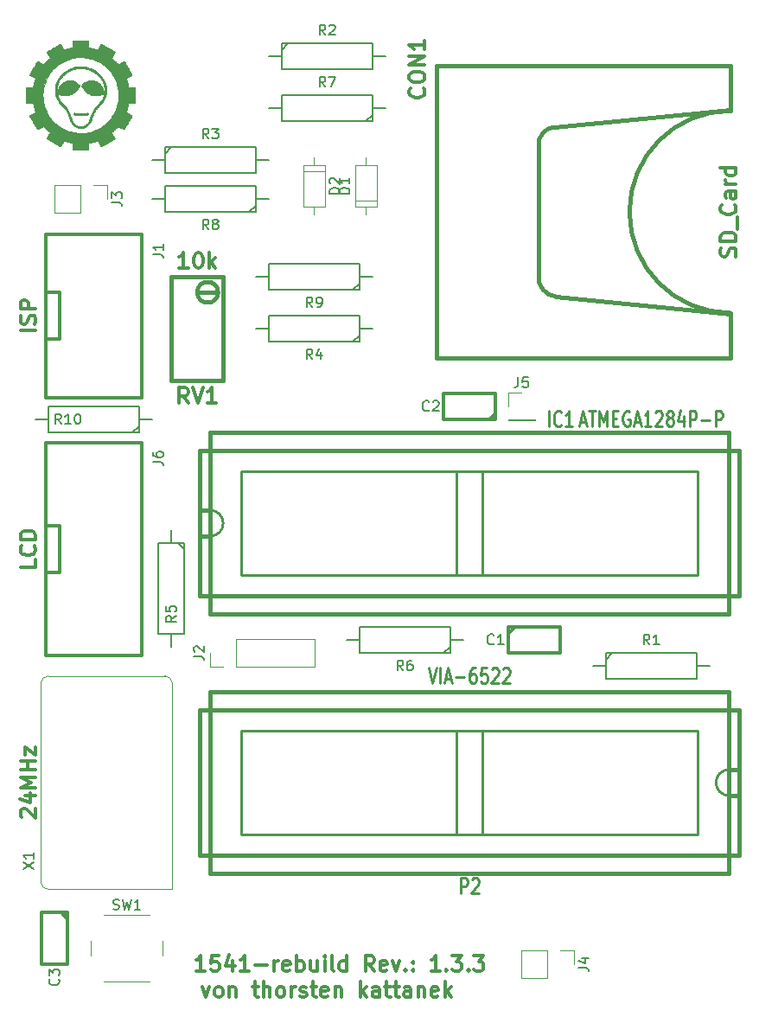
<source format=gto>
G04 #@! TF.FileFunction,Legend,Top*
%FSLAX46Y46*%
G04 Gerber Fmt 4.6, Leading zero omitted, Abs format (unit mm)*
G04 Created by KiCad (PCBNEW 4.0.7-e2-6376~60~ubuntu17.10.1) date Sun May  6 20:40:39 2018*
%MOMM*%
%LPD*%
G01*
G04 APERTURE LIST*
%ADD10C,0.100000*%
%ADD11C,0.300000*%
%ADD12C,0.304800*%
%ADD13C,0.381000*%
%ADD14C,0.120000*%
%ADD15C,0.254000*%
%ADD16C,0.299720*%
%ADD17C,0.150000*%
%ADD18C,0.010000*%
%ADD19C,0.203200*%
%ADD20C,0.285750*%
%ADD21C,0.287020*%
G04 APERTURE END LIST*
D10*
D11*
X128755714Y-136838571D02*
X129112857Y-137838571D01*
X129469999Y-136838571D01*
X130255714Y-137838571D02*
X130112856Y-137767143D01*
X130041428Y-137695714D01*
X129969999Y-137552857D01*
X129969999Y-137124286D01*
X130041428Y-136981429D01*
X130112856Y-136910000D01*
X130255714Y-136838571D01*
X130469999Y-136838571D01*
X130612856Y-136910000D01*
X130684285Y-136981429D01*
X130755714Y-137124286D01*
X130755714Y-137552857D01*
X130684285Y-137695714D01*
X130612856Y-137767143D01*
X130469999Y-137838571D01*
X130255714Y-137838571D01*
X131398571Y-136838571D02*
X131398571Y-137838571D01*
X131398571Y-136981429D02*
X131469999Y-136910000D01*
X131612857Y-136838571D01*
X131827142Y-136838571D01*
X131969999Y-136910000D01*
X132041428Y-137052857D01*
X132041428Y-137838571D01*
X133684285Y-136838571D02*
X134255714Y-136838571D01*
X133898571Y-136338571D02*
X133898571Y-137624286D01*
X133969999Y-137767143D01*
X134112857Y-137838571D01*
X134255714Y-137838571D01*
X134755714Y-137838571D02*
X134755714Y-136338571D01*
X135398571Y-137838571D02*
X135398571Y-137052857D01*
X135327142Y-136910000D01*
X135184285Y-136838571D01*
X134970000Y-136838571D01*
X134827142Y-136910000D01*
X134755714Y-136981429D01*
X136327143Y-137838571D02*
X136184285Y-137767143D01*
X136112857Y-137695714D01*
X136041428Y-137552857D01*
X136041428Y-137124286D01*
X136112857Y-136981429D01*
X136184285Y-136910000D01*
X136327143Y-136838571D01*
X136541428Y-136838571D01*
X136684285Y-136910000D01*
X136755714Y-136981429D01*
X136827143Y-137124286D01*
X136827143Y-137552857D01*
X136755714Y-137695714D01*
X136684285Y-137767143D01*
X136541428Y-137838571D01*
X136327143Y-137838571D01*
X137470000Y-137838571D02*
X137470000Y-136838571D01*
X137470000Y-137124286D02*
X137541428Y-136981429D01*
X137612857Y-136910000D01*
X137755714Y-136838571D01*
X137898571Y-136838571D01*
X138327142Y-137767143D02*
X138469999Y-137838571D01*
X138755714Y-137838571D01*
X138898571Y-137767143D01*
X138969999Y-137624286D01*
X138969999Y-137552857D01*
X138898571Y-137410000D01*
X138755714Y-137338571D01*
X138541428Y-137338571D01*
X138398571Y-137267143D01*
X138327142Y-137124286D01*
X138327142Y-137052857D01*
X138398571Y-136910000D01*
X138541428Y-136838571D01*
X138755714Y-136838571D01*
X138898571Y-136910000D01*
X139398571Y-136838571D02*
X139970000Y-136838571D01*
X139612857Y-136338571D02*
X139612857Y-137624286D01*
X139684285Y-137767143D01*
X139827143Y-137838571D01*
X139970000Y-137838571D01*
X141041428Y-137767143D02*
X140898571Y-137838571D01*
X140612857Y-137838571D01*
X140470000Y-137767143D01*
X140398571Y-137624286D01*
X140398571Y-137052857D01*
X140470000Y-136910000D01*
X140612857Y-136838571D01*
X140898571Y-136838571D01*
X141041428Y-136910000D01*
X141112857Y-137052857D01*
X141112857Y-137195714D01*
X140398571Y-137338571D01*
X141755714Y-136838571D02*
X141755714Y-137838571D01*
X141755714Y-136981429D02*
X141827142Y-136910000D01*
X141970000Y-136838571D01*
X142184285Y-136838571D01*
X142327142Y-136910000D01*
X142398571Y-137052857D01*
X142398571Y-137838571D01*
X144255714Y-137838571D02*
X144255714Y-136338571D01*
X144398571Y-137267143D02*
X144827142Y-137838571D01*
X144827142Y-136838571D02*
X144255714Y-137410000D01*
X146112857Y-137838571D02*
X146112857Y-137052857D01*
X146041428Y-136910000D01*
X145898571Y-136838571D01*
X145612857Y-136838571D01*
X145470000Y-136910000D01*
X146112857Y-137767143D02*
X145970000Y-137838571D01*
X145612857Y-137838571D01*
X145470000Y-137767143D01*
X145398571Y-137624286D01*
X145398571Y-137481429D01*
X145470000Y-137338571D01*
X145612857Y-137267143D01*
X145970000Y-137267143D01*
X146112857Y-137195714D01*
X146612857Y-136838571D02*
X147184286Y-136838571D01*
X146827143Y-136338571D02*
X146827143Y-137624286D01*
X146898571Y-137767143D01*
X147041429Y-137838571D01*
X147184286Y-137838571D01*
X147470000Y-136838571D02*
X148041429Y-136838571D01*
X147684286Y-136338571D02*
X147684286Y-137624286D01*
X147755714Y-137767143D01*
X147898572Y-137838571D01*
X148041429Y-137838571D01*
X149184286Y-137838571D02*
X149184286Y-137052857D01*
X149112857Y-136910000D01*
X148970000Y-136838571D01*
X148684286Y-136838571D01*
X148541429Y-136910000D01*
X149184286Y-137767143D02*
X149041429Y-137838571D01*
X148684286Y-137838571D01*
X148541429Y-137767143D01*
X148470000Y-137624286D01*
X148470000Y-137481429D01*
X148541429Y-137338571D01*
X148684286Y-137267143D01*
X149041429Y-137267143D01*
X149184286Y-137195714D01*
X149898572Y-136838571D02*
X149898572Y-137838571D01*
X149898572Y-136981429D02*
X149970000Y-136910000D01*
X150112858Y-136838571D01*
X150327143Y-136838571D01*
X150470000Y-136910000D01*
X150541429Y-137052857D01*
X150541429Y-137838571D01*
X151827143Y-137767143D02*
X151684286Y-137838571D01*
X151398572Y-137838571D01*
X151255715Y-137767143D01*
X151184286Y-137624286D01*
X151184286Y-137052857D01*
X151255715Y-136910000D01*
X151398572Y-136838571D01*
X151684286Y-136838571D01*
X151827143Y-136910000D01*
X151898572Y-137052857D01*
X151898572Y-137195714D01*
X151184286Y-137338571D01*
X152541429Y-137838571D02*
X152541429Y-136338571D01*
X152684286Y-137267143D02*
X153112857Y-137838571D01*
X153112857Y-136838571D02*
X152541429Y-137410000D01*
X129025716Y-135298571D02*
X128168573Y-135298571D01*
X128597145Y-135298571D02*
X128597145Y-133798571D01*
X128454288Y-134012857D01*
X128311430Y-134155714D01*
X128168573Y-134227143D01*
X130382859Y-133798571D02*
X129668573Y-133798571D01*
X129597144Y-134512857D01*
X129668573Y-134441429D01*
X129811430Y-134370000D01*
X130168573Y-134370000D01*
X130311430Y-134441429D01*
X130382859Y-134512857D01*
X130454287Y-134655714D01*
X130454287Y-135012857D01*
X130382859Y-135155714D01*
X130311430Y-135227143D01*
X130168573Y-135298571D01*
X129811430Y-135298571D01*
X129668573Y-135227143D01*
X129597144Y-135155714D01*
X131740001Y-134298571D02*
X131740001Y-135298571D01*
X131382858Y-133727143D02*
X131025715Y-134798571D01*
X131954287Y-134798571D01*
X133311429Y-135298571D02*
X132454286Y-135298571D01*
X132882858Y-135298571D02*
X132882858Y-133798571D01*
X132740001Y-134012857D01*
X132597143Y-134155714D01*
X132454286Y-134227143D01*
X133954286Y-134727143D02*
X135097143Y-134727143D01*
X135811429Y-135298571D02*
X135811429Y-134298571D01*
X135811429Y-134584286D02*
X135882857Y-134441429D01*
X135954286Y-134370000D01*
X136097143Y-134298571D01*
X136240000Y-134298571D01*
X137311428Y-135227143D02*
X137168571Y-135298571D01*
X136882857Y-135298571D01*
X136740000Y-135227143D01*
X136668571Y-135084286D01*
X136668571Y-134512857D01*
X136740000Y-134370000D01*
X136882857Y-134298571D01*
X137168571Y-134298571D01*
X137311428Y-134370000D01*
X137382857Y-134512857D01*
X137382857Y-134655714D01*
X136668571Y-134798571D01*
X138025714Y-135298571D02*
X138025714Y-133798571D01*
X138025714Y-134370000D02*
X138168571Y-134298571D01*
X138454285Y-134298571D01*
X138597142Y-134370000D01*
X138668571Y-134441429D01*
X138740000Y-134584286D01*
X138740000Y-135012857D01*
X138668571Y-135155714D01*
X138597142Y-135227143D01*
X138454285Y-135298571D01*
X138168571Y-135298571D01*
X138025714Y-135227143D01*
X140025714Y-134298571D02*
X140025714Y-135298571D01*
X139382857Y-134298571D02*
X139382857Y-135084286D01*
X139454285Y-135227143D01*
X139597143Y-135298571D01*
X139811428Y-135298571D01*
X139954285Y-135227143D01*
X140025714Y-135155714D01*
X140740000Y-135298571D02*
X140740000Y-134298571D01*
X140740000Y-133798571D02*
X140668571Y-133870000D01*
X140740000Y-133941429D01*
X140811428Y-133870000D01*
X140740000Y-133798571D01*
X140740000Y-133941429D01*
X141668572Y-135298571D02*
X141525714Y-135227143D01*
X141454286Y-135084286D01*
X141454286Y-133798571D01*
X142882857Y-135298571D02*
X142882857Y-133798571D01*
X142882857Y-135227143D02*
X142740000Y-135298571D01*
X142454286Y-135298571D01*
X142311428Y-135227143D01*
X142240000Y-135155714D01*
X142168571Y-135012857D01*
X142168571Y-134584286D01*
X142240000Y-134441429D01*
X142311428Y-134370000D01*
X142454286Y-134298571D01*
X142740000Y-134298571D01*
X142882857Y-134370000D01*
X145597143Y-135298571D02*
X145097143Y-134584286D01*
X144740000Y-135298571D02*
X144740000Y-133798571D01*
X145311428Y-133798571D01*
X145454286Y-133870000D01*
X145525714Y-133941429D01*
X145597143Y-134084286D01*
X145597143Y-134298571D01*
X145525714Y-134441429D01*
X145454286Y-134512857D01*
X145311428Y-134584286D01*
X144740000Y-134584286D01*
X146811428Y-135227143D02*
X146668571Y-135298571D01*
X146382857Y-135298571D01*
X146240000Y-135227143D01*
X146168571Y-135084286D01*
X146168571Y-134512857D01*
X146240000Y-134370000D01*
X146382857Y-134298571D01*
X146668571Y-134298571D01*
X146811428Y-134370000D01*
X146882857Y-134512857D01*
X146882857Y-134655714D01*
X146168571Y-134798571D01*
X147382857Y-134298571D02*
X147740000Y-135298571D01*
X148097142Y-134298571D01*
X148668571Y-135155714D02*
X148739999Y-135227143D01*
X148668571Y-135298571D01*
X148597142Y-135227143D01*
X148668571Y-135155714D01*
X148668571Y-135298571D01*
X149382857Y-135155714D02*
X149454285Y-135227143D01*
X149382857Y-135298571D01*
X149311428Y-135227143D01*
X149382857Y-135155714D01*
X149382857Y-135298571D01*
X149382857Y-134370000D02*
X149454285Y-134441429D01*
X149382857Y-134512857D01*
X149311428Y-134441429D01*
X149382857Y-134370000D01*
X149382857Y-134512857D01*
X152025714Y-135298571D02*
X151168571Y-135298571D01*
X151597143Y-135298571D02*
X151597143Y-133798571D01*
X151454286Y-134012857D01*
X151311428Y-134155714D01*
X151168571Y-134227143D01*
X152668571Y-135155714D02*
X152739999Y-135227143D01*
X152668571Y-135298571D01*
X152597142Y-135227143D01*
X152668571Y-135155714D01*
X152668571Y-135298571D01*
X153240000Y-133798571D02*
X154168571Y-133798571D01*
X153668571Y-134370000D01*
X153882857Y-134370000D01*
X154025714Y-134441429D01*
X154097143Y-134512857D01*
X154168571Y-134655714D01*
X154168571Y-135012857D01*
X154097143Y-135155714D01*
X154025714Y-135227143D01*
X153882857Y-135298571D01*
X153454285Y-135298571D01*
X153311428Y-135227143D01*
X153240000Y-135155714D01*
X154811428Y-135155714D02*
X154882856Y-135227143D01*
X154811428Y-135298571D01*
X154739999Y-135227143D01*
X154811428Y-135155714D01*
X154811428Y-135298571D01*
X155382857Y-133798571D02*
X156311428Y-133798571D01*
X155811428Y-134370000D01*
X156025714Y-134370000D01*
X156168571Y-134441429D01*
X156240000Y-134512857D01*
X156311428Y-134655714D01*
X156311428Y-135012857D01*
X156240000Y-135155714D01*
X156168571Y-135227143D01*
X156025714Y-135298571D01*
X155597142Y-135298571D01*
X155454285Y-135227143D01*
X155382857Y-135155714D01*
X111081429Y-120232857D02*
X111010000Y-120161428D01*
X110938571Y-120018571D01*
X110938571Y-119661428D01*
X111010000Y-119518571D01*
X111081429Y-119447142D01*
X111224286Y-119375714D01*
X111367143Y-119375714D01*
X111581429Y-119447142D01*
X112438571Y-120304285D01*
X112438571Y-119375714D01*
X111438571Y-118090000D02*
X112438571Y-118090000D01*
X110867143Y-118447143D02*
X111938571Y-118804286D01*
X111938571Y-117875714D01*
X112438571Y-117304286D02*
X110938571Y-117304286D01*
X112010000Y-116804286D01*
X110938571Y-116304286D01*
X112438571Y-116304286D01*
X112438571Y-115590000D02*
X110938571Y-115590000D01*
X111652857Y-115590000D02*
X111652857Y-114732857D01*
X112438571Y-114732857D02*
X110938571Y-114732857D01*
X111438571Y-114161428D02*
X111438571Y-113375714D01*
X112438571Y-114161428D01*
X112438571Y-113375714D01*
X112438571Y-95015714D02*
X112438571Y-95730000D01*
X110938571Y-95730000D01*
X112295714Y-93658571D02*
X112367143Y-93730000D01*
X112438571Y-93944286D01*
X112438571Y-94087143D01*
X112367143Y-94301428D01*
X112224286Y-94444286D01*
X112081429Y-94515714D01*
X111795714Y-94587143D01*
X111581429Y-94587143D01*
X111295714Y-94515714D01*
X111152857Y-94444286D01*
X111010000Y-94301428D01*
X110938571Y-94087143D01*
X110938571Y-93944286D01*
X111010000Y-93730000D01*
X111081429Y-93658571D01*
X112438571Y-93015714D02*
X110938571Y-93015714D01*
X110938571Y-92658571D01*
X111010000Y-92444286D01*
X111152857Y-92301428D01*
X111295714Y-92230000D01*
X111581429Y-92158571D01*
X111795714Y-92158571D01*
X112081429Y-92230000D01*
X112224286Y-92301428D01*
X112367143Y-92444286D01*
X112438571Y-92658571D01*
X112438571Y-93015714D01*
X112438571Y-72584285D02*
X110938571Y-72584285D01*
X112367143Y-71941428D02*
X112438571Y-71727142D01*
X112438571Y-71369999D01*
X112367143Y-71227142D01*
X112295714Y-71155713D01*
X112152857Y-71084285D01*
X112010000Y-71084285D01*
X111867143Y-71155713D01*
X111795714Y-71227142D01*
X111724286Y-71369999D01*
X111652857Y-71655713D01*
X111581429Y-71798571D01*
X111510000Y-71869999D01*
X111367143Y-71941428D01*
X111224286Y-71941428D01*
X111081429Y-71869999D01*
X111010000Y-71798571D01*
X110938571Y-71655713D01*
X110938571Y-71298571D01*
X111010000Y-71084285D01*
X112438571Y-70441428D02*
X110938571Y-70441428D01*
X110938571Y-69870000D01*
X111010000Y-69727142D01*
X111081429Y-69655714D01*
X111224286Y-69584285D01*
X111438571Y-69584285D01*
X111581429Y-69655714D01*
X111652857Y-69727142D01*
X111724286Y-69870000D01*
X111724286Y-70441428D01*
D12*
X158800800Y-101600000D02*
X163830000Y-101600000D01*
X163830000Y-101600000D02*
X163830000Y-104140000D01*
X163830000Y-104140000D02*
X158750000Y-104140000D01*
X158750000Y-104140000D02*
X158750000Y-101600000D01*
X158750000Y-102235000D02*
X159385000Y-101600000D01*
X157429200Y-81280000D02*
X152400000Y-81280000D01*
X152400000Y-81280000D02*
X152400000Y-78740000D01*
X152400000Y-78740000D02*
X157480000Y-78740000D01*
X157480000Y-78740000D02*
X157480000Y-81280000D01*
X157480000Y-80645000D02*
X156845000Y-81280000D01*
X115570000Y-129590800D02*
X115570000Y-134620000D01*
X115570000Y-134620000D02*
X113030000Y-134620000D01*
X113030000Y-134620000D02*
X113030000Y-129540000D01*
X113030000Y-129540000D02*
X115570000Y-129540000D01*
X114935000Y-129540000D02*
X115570000Y-130175000D01*
D13*
X180500020Y-70860920D02*
X180500020Y-75260200D01*
X180500020Y-46659800D02*
X180500020Y-51059080D01*
X180500020Y-51059080D02*
G75*
G03X170599100Y-60960000I0J-9900920D01*
G01*
X170599100Y-60960000D02*
G75*
G03X180500020Y-70860920I9900920J0D01*
G01*
X161698940Y-54559200D02*
X161698940Y-67160140D01*
X163200080Y-52659280D02*
X180500020Y-50960020D01*
X163202620Y-52659280D02*
G75*
G03X161698940Y-54559200I198120J-1701800D01*
G01*
X163400740Y-69260720D02*
X180500020Y-70959980D01*
X161698940Y-67162680D02*
G75*
G03X163400740Y-69260720I1899920J-198120D01*
G01*
X180500020Y-75260200D02*
X151698960Y-75260200D01*
X151698960Y-75260200D02*
X151698960Y-46659800D01*
X151698960Y-46659800D02*
X180500020Y-46659800D01*
D14*
X143720000Y-60480000D02*
X145840000Y-60480000D01*
X145840000Y-60480000D02*
X145840000Y-56360000D01*
X145840000Y-56360000D02*
X143720000Y-56360000D01*
X143720000Y-56360000D02*
X143720000Y-60480000D01*
X144780000Y-61250000D02*
X144780000Y-60480000D01*
X144780000Y-55590000D02*
X144780000Y-56360000D01*
X143720000Y-59820000D02*
X145840000Y-59820000D01*
X140760000Y-56360000D02*
X138640000Y-56360000D01*
X138640000Y-56360000D02*
X138640000Y-60480000D01*
X138640000Y-60480000D02*
X140760000Y-60480000D01*
X140760000Y-60480000D02*
X140760000Y-56360000D01*
X139700000Y-55590000D02*
X139700000Y-56360000D01*
X139700000Y-61250000D02*
X139700000Y-60480000D01*
X140760000Y-57020000D02*
X138640000Y-57020000D01*
D15*
X132588000Y-86360000D02*
X177292000Y-86360000D01*
X177292000Y-96520000D02*
X132588000Y-96520000D01*
D13*
X129540000Y-100330000D02*
X180340000Y-100330000D01*
X181356000Y-98552000D02*
X128524000Y-98552000D01*
X129540000Y-82550000D02*
X180340000Y-82550000D01*
X181356000Y-84328000D02*
X128524000Y-84328000D01*
X181356000Y-98552000D02*
X181356000Y-84328000D01*
X180340000Y-82550000D02*
X180340000Y-100330000D01*
X129540000Y-100330000D02*
X129540000Y-82550000D01*
X128524000Y-84328000D02*
X128524000Y-98552000D01*
D15*
X153670000Y-86360000D02*
X153670000Y-96520000D01*
X156210000Y-96520000D02*
X156210000Y-86360000D01*
X177292000Y-86360000D02*
X177292000Y-96520000D01*
X132588000Y-86360000D02*
X132588000Y-96520000D01*
D13*
X129540000Y-90170000D02*
X129540000Y-92710000D01*
D15*
X130810000Y-91440000D02*
G75*
G03X129540000Y-90170000I-1270000J0D01*
G01*
X129540000Y-92710000D02*
G75*
G03X130810000Y-91440000I0J1270000D01*
G01*
D13*
X129540000Y-92710000D02*
X128524000Y-92710000D01*
X129540000Y-90170000D02*
X128524000Y-90170000D01*
D12*
X113410000Y-63120000D02*
X113410000Y-79120000D01*
X122810000Y-79120000D02*
X122810000Y-63120000D01*
X122810000Y-63120000D02*
X113410000Y-63120000D01*
X122810000Y-79120000D02*
X113410000Y-79120000D01*
D16*
X113410000Y-73420000D02*
X114810000Y-73420000D01*
X114810000Y-73420000D02*
X114810000Y-68820000D01*
X114810000Y-68820000D02*
X113410000Y-68820000D01*
D14*
X139760000Y-105470000D02*
X139760000Y-102810000D01*
X132080000Y-105470000D02*
X139760000Y-105470000D01*
X132080000Y-102810000D02*
X139760000Y-102810000D01*
X132080000Y-105470000D02*
X132080000Y-102810000D01*
X130810000Y-105470000D02*
X129480000Y-105470000D01*
X129480000Y-105470000D02*
X129480000Y-104140000D01*
X114240000Y-58360000D02*
X114240000Y-61020000D01*
X116840000Y-58360000D02*
X114240000Y-58360000D01*
X116840000Y-61020000D02*
X114240000Y-61020000D01*
X116840000Y-58360000D02*
X116840000Y-61020000D01*
X118110000Y-58360000D02*
X119440000Y-58360000D01*
X119440000Y-58360000D02*
X119440000Y-59690000D01*
X159960000Y-133290000D02*
X159960000Y-135950000D01*
X162560000Y-133290000D02*
X159960000Y-133290000D01*
X162560000Y-135950000D02*
X159960000Y-135950000D01*
X162560000Y-133290000D02*
X162560000Y-135950000D01*
X163830000Y-133290000D02*
X165160000Y-133290000D01*
X165160000Y-133290000D02*
X165160000Y-134620000D01*
X158690000Y-81340000D02*
X161350000Y-81340000D01*
X158690000Y-81280000D02*
X158690000Y-81340000D01*
X161350000Y-81280000D02*
X161350000Y-81340000D01*
X158690000Y-81280000D02*
X161350000Y-81280000D01*
X158690000Y-80010000D02*
X158690000Y-78680000D01*
X158690000Y-78680000D02*
X160020000Y-78680000D01*
D12*
X113410000Y-83580000D02*
X113410000Y-104380000D01*
X122810000Y-104380000D02*
X122810000Y-83580000D01*
X122810000Y-83580000D02*
X113410000Y-83580000D01*
X122810000Y-104380000D02*
X113410000Y-104380000D01*
D16*
X113410000Y-96280000D02*
X114810000Y-96280000D01*
X114810000Y-96280000D02*
X114810000Y-91680000D01*
X114810000Y-91680000D02*
X113410000Y-91680000D01*
D15*
X177292000Y-121920000D02*
X132588000Y-121920000D01*
X132588000Y-111760000D02*
X177292000Y-111760000D01*
D13*
X180340000Y-107950000D02*
X129540000Y-107950000D01*
X128524000Y-109728000D02*
X181356000Y-109728000D01*
X180340000Y-125730000D02*
X129540000Y-125730000D01*
X128524000Y-123952000D02*
X181356000Y-123952000D01*
X128524000Y-109728000D02*
X128524000Y-123952000D01*
X129540000Y-125730000D02*
X129540000Y-107950000D01*
X180340000Y-107950000D02*
X180340000Y-125730000D01*
X181356000Y-123952000D02*
X181356000Y-109728000D01*
D15*
X156210000Y-121920000D02*
X156210000Y-111760000D01*
X153670000Y-111760000D02*
X153670000Y-121920000D01*
X132588000Y-121920000D02*
X132588000Y-111760000D01*
X177292000Y-121920000D02*
X177292000Y-111760000D01*
D13*
X180340000Y-118110000D02*
X180340000Y-115570000D01*
D15*
X179070000Y-116840000D02*
G75*
G03X180340000Y-118110000I1270000J0D01*
G01*
X180340000Y-115570000D02*
G75*
G03X179070000Y-116840000I0J-1270000D01*
G01*
D13*
X180340000Y-115570000D02*
X181356000Y-115570000D01*
X180340000Y-118110000D02*
X181356000Y-118110000D01*
D17*
X168275000Y-104140000D02*
X168275000Y-106680000D01*
X168275000Y-106680000D02*
X177165000Y-106680000D01*
X177165000Y-106680000D02*
X177165000Y-104140000D01*
X177165000Y-104140000D02*
X168275000Y-104140000D01*
X168275000Y-104775000D02*
X168910000Y-104140000D01*
X168275000Y-105410000D02*
X167005000Y-105410000D01*
X177165000Y-105410000D02*
X178435000Y-105410000D01*
X136525000Y-44450000D02*
X136525000Y-46990000D01*
X136525000Y-46990000D02*
X145415000Y-46990000D01*
X145415000Y-46990000D02*
X145415000Y-44450000D01*
X145415000Y-44450000D02*
X136525000Y-44450000D01*
X136525000Y-45085000D02*
X137160000Y-44450000D01*
X136525000Y-45720000D02*
X135255000Y-45720000D01*
X145415000Y-45720000D02*
X146685000Y-45720000D01*
X125095000Y-54610000D02*
X125095000Y-57150000D01*
X125095000Y-57150000D02*
X133985000Y-57150000D01*
X133985000Y-57150000D02*
X133985000Y-54610000D01*
X133985000Y-54610000D02*
X125095000Y-54610000D01*
X125095000Y-55245000D02*
X125730000Y-54610000D01*
X125095000Y-55880000D02*
X123825000Y-55880000D01*
X133985000Y-55880000D02*
X135255000Y-55880000D01*
X144145000Y-73660000D02*
X144145000Y-71120000D01*
X144145000Y-71120000D02*
X135255000Y-71120000D01*
X135255000Y-71120000D02*
X135255000Y-73660000D01*
X135255000Y-73660000D02*
X144145000Y-73660000D01*
X144145000Y-73025000D02*
X143510000Y-73660000D01*
X144145000Y-72390000D02*
X145415000Y-72390000D01*
X135255000Y-72390000D02*
X133985000Y-72390000D01*
X127000000Y-93345000D02*
X124460000Y-93345000D01*
X124460000Y-93345000D02*
X124460000Y-102235000D01*
X124460000Y-102235000D02*
X127000000Y-102235000D01*
X127000000Y-102235000D02*
X127000000Y-93345000D01*
X126365000Y-93345000D02*
X127000000Y-93980000D01*
X125730000Y-93345000D02*
X125730000Y-92075000D01*
X125730000Y-102235000D02*
X125730000Y-103505000D01*
X153035000Y-104140000D02*
X153035000Y-101600000D01*
X153035000Y-101600000D02*
X144145000Y-101600000D01*
X144145000Y-101600000D02*
X144145000Y-104140000D01*
X144145000Y-104140000D02*
X153035000Y-104140000D01*
X153035000Y-103505000D02*
X152400000Y-104140000D01*
X153035000Y-102870000D02*
X154305000Y-102870000D01*
X144145000Y-102870000D02*
X142875000Y-102870000D01*
X145415000Y-52070000D02*
X145415000Y-49530000D01*
X145415000Y-49530000D02*
X136525000Y-49530000D01*
X136525000Y-49530000D02*
X136525000Y-52070000D01*
X136525000Y-52070000D02*
X145415000Y-52070000D01*
X145415000Y-51435000D02*
X144780000Y-52070000D01*
X145415000Y-50800000D02*
X146685000Y-50800000D01*
X136525000Y-50800000D02*
X135255000Y-50800000D01*
X133985000Y-60960000D02*
X133985000Y-58420000D01*
X133985000Y-58420000D02*
X125095000Y-58420000D01*
X125095000Y-58420000D02*
X125095000Y-60960000D01*
X125095000Y-60960000D02*
X133985000Y-60960000D01*
X133985000Y-60325000D02*
X133350000Y-60960000D01*
X133985000Y-59690000D02*
X135255000Y-59690000D01*
X125095000Y-59690000D02*
X123825000Y-59690000D01*
X144145000Y-68580000D02*
X144145000Y-66040000D01*
X144145000Y-66040000D02*
X135255000Y-66040000D01*
X135255000Y-66040000D02*
X135255000Y-68580000D01*
X135255000Y-68580000D02*
X144145000Y-68580000D01*
X144145000Y-67945000D02*
X143510000Y-68580000D01*
X144145000Y-67310000D02*
X145415000Y-67310000D01*
X135255000Y-67310000D02*
X133985000Y-67310000D01*
X122555000Y-82550000D02*
X122555000Y-80010000D01*
X122555000Y-80010000D02*
X113665000Y-80010000D01*
X113665000Y-80010000D02*
X113665000Y-82550000D01*
X113665000Y-82550000D02*
X122555000Y-82550000D01*
X122555000Y-81915000D02*
X121920000Y-82550000D01*
X122555000Y-81280000D02*
X123825000Y-81280000D01*
X113665000Y-81280000D02*
X112395000Y-81280000D01*
D13*
X130810000Y-67310000D02*
X130810000Y-77470000D01*
X130810000Y-77470000D02*
X125730000Y-77470000D01*
X125730000Y-77470000D02*
X125730000Y-67310000D01*
X128270000Y-68834000D02*
X130302000Y-68834000D01*
X130302000Y-68834000D02*
G75*
G03X130302000Y-68834000I-1016000J0D01*
G01*
X130810000Y-67310000D02*
X125730000Y-67310000D01*
D14*
X119110000Y-136310000D02*
X123610000Y-136310000D01*
X117860000Y-132310000D02*
X117860000Y-133810000D01*
X123610000Y-129810000D02*
X119110000Y-129810000D01*
X124860000Y-133810000D02*
X124860000Y-132310000D01*
X113680000Y-127290000D02*
X125830000Y-127290000D01*
X112930000Y-107140000D02*
X112930000Y-126540000D01*
X125080000Y-106390000D02*
X113680000Y-106390000D01*
X125830000Y-127290000D02*
X125830000Y-107140000D01*
X125830000Y-107140000D02*
G75*
G03X125080000Y-106390000I-750000J0D01*
G01*
X113680000Y-106390000D02*
G75*
G03X112930000Y-107140000I0J-750000D01*
G01*
X112930000Y-126540000D02*
G75*
G03X113680000Y-127290000I750000J0D01*
G01*
D18*
G36*
X117607889Y-44200031D02*
X117610840Y-44204076D01*
X117613314Y-44208784D01*
X117615353Y-44215241D01*
X117616997Y-44224532D01*
X117618290Y-44237741D01*
X117619275Y-44255954D01*
X117619992Y-44280254D01*
X117620484Y-44311727D01*
X117620794Y-44351457D01*
X117620963Y-44400530D01*
X117621034Y-44460030D01*
X117621049Y-44531041D01*
X117621050Y-44538445D01*
X117621050Y-44860128D01*
X117733762Y-44881283D01*
X117832690Y-44901352D01*
X117937987Y-44925440D01*
X118046411Y-44952667D01*
X118154716Y-44982156D01*
X118259659Y-45013028D01*
X118357995Y-45044405D01*
X118435025Y-45071201D01*
X118502876Y-45095915D01*
X118656671Y-44828520D01*
X118687731Y-44774722D01*
X118717304Y-44723896D01*
X118744707Y-44677186D01*
X118769258Y-44635738D01*
X118790273Y-44600698D01*
X118807069Y-44573212D01*
X118818965Y-44554425D01*
X118825278Y-44545483D01*
X118825393Y-44545358D01*
X118829961Y-44540461D01*
X118834339Y-44536248D01*
X118839134Y-44533024D01*
X118844952Y-44531095D01*
X118852397Y-44530766D01*
X118862077Y-44532343D01*
X118874595Y-44536130D01*
X118890559Y-44542435D01*
X118910573Y-44551561D01*
X118935243Y-44563815D01*
X118965176Y-44579502D01*
X119000975Y-44598928D01*
X119043248Y-44622398D01*
X119092599Y-44650218D01*
X119149635Y-44682692D01*
X119214960Y-44720127D01*
X119289181Y-44762829D01*
X119372903Y-44811102D01*
X119466732Y-44865252D01*
X119516525Y-44893991D01*
X119599083Y-44941709D01*
X119678733Y-44987885D01*
X119754762Y-45032096D01*
X119826459Y-45073925D01*
X119893109Y-45112949D01*
X119954003Y-45148750D01*
X120008428Y-45180908D01*
X120055671Y-45209002D01*
X120095021Y-45232612D01*
X120125765Y-45251318D01*
X120147191Y-45264700D01*
X120158588Y-45272339D01*
X120160144Y-45273651D01*
X120170813Y-45290071D01*
X120172521Y-45308550D01*
X120171984Y-45313159D01*
X120168218Y-45323822D01*
X120158477Y-45344273D01*
X120142694Y-45374635D01*
X120120799Y-45415029D01*
X120092724Y-45465580D01*
X120058400Y-45526409D01*
X120017759Y-45597639D01*
X119970732Y-45679394D01*
X119917251Y-45771795D01*
X119871216Y-45850984D01*
X119855955Y-45877193D01*
X119940240Y-45949054D01*
X119973543Y-45978428D01*
X120013818Y-46015551D01*
X120059452Y-46058808D01*
X120108834Y-46106588D01*
X120160351Y-46157279D01*
X120212390Y-46209268D01*
X120263339Y-46260943D01*
X120311586Y-46310691D01*
X120355519Y-46356900D01*
X120393524Y-46397959D01*
X120423991Y-46432254D01*
X120427295Y-46436109D01*
X120499156Y-46520394D01*
X120525365Y-46505139D01*
X120623866Y-46447915D01*
X120711733Y-46397101D01*
X120789215Y-46352556D01*
X120856561Y-46314143D01*
X120914019Y-46281721D01*
X120961838Y-46255153D01*
X121000265Y-46234299D01*
X121029550Y-46219021D01*
X121049941Y-46209179D01*
X121061686Y-46204634D01*
X121063190Y-46204323D01*
X121083008Y-46204554D01*
X121099247Y-46213312D01*
X121102633Y-46216205D01*
X121107963Y-46223586D01*
X121119203Y-46241265D01*
X121135933Y-46268531D01*
X121157731Y-46304672D01*
X121184178Y-46348976D01*
X121214854Y-46400732D01*
X121249338Y-46459227D01*
X121287211Y-46523749D01*
X121328051Y-46593588D01*
X121371439Y-46668031D01*
X121416954Y-46746367D01*
X121464176Y-46827883D01*
X121482642Y-46859825D01*
X121539919Y-46958943D01*
X121591166Y-47047656D01*
X121636686Y-47126568D01*
X121676782Y-47196284D01*
X121711757Y-47257407D01*
X121741913Y-47310541D01*
X121767554Y-47356290D01*
X121788982Y-47395257D01*
X121806500Y-47428048D01*
X121820411Y-47455266D01*
X121831017Y-47477514D01*
X121838622Y-47495397D01*
X121843528Y-47509519D01*
X121846038Y-47520483D01*
X121846455Y-47528894D01*
X121845081Y-47535355D01*
X121842219Y-47540471D01*
X121838173Y-47544845D01*
X121833245Y-47549082D01*
X121829703Y-47552055D01*
X121821168Y-47557865D01*
X121802758Y-47569311D01*
X121775617Y-47585714D01*
X121740889Y-47606397D01*
X121699719Y-47630682D01*
X121653251Y-47657892D01*
X121602630Y-47687347D01*
X121548999Y-47718371D01*
X121547136Y-47719445D01*
X121280228Y-47873365D01*
X121301980Y-47931745D01*
X121327959Y-48005357D01*
X121354912Y-48088865D01*
X121382106Y-48179578D01*
X121408810Y-48274806D01*
X121434293Y-48371859D01*
X121457823Y-48468048D01*
X121478670Y-48560682D01*
X121495254Y-48642587D01*
X121516617Y-48755300D01*
X122166728Y-48755300D01*
X122179889Y-48772031D01*
X122181879Y-48774682D01*
X122183658Y-48777754D01*
X122185238Y-48781939D01*
X122186629Y-48787927D01*
X122187845Y-48796409D01*
X122188896Y-48808075D01*
X122189796Y-48823617D01*
X122190555Y-48843725D01*
X122191186Y-48869090D01*
X122191700Y-48900402D01*
X122192110Y-48938352D01*
X122192427Y-48983632D01*
X122192663Y-49036931D01*
X122192831Y-49098940D01*
X122192941Y-49170351D01*
X122193006Y-49251854D01*
X122193038Y-49344139D01*
X122193048Y-49447898D01*
X122193050Y-49536745D01*
X122193050Y-50284728D01*
X122176318Y-50297889D01*
X122172272Y-50300841D01*
X122167562Y-50303316D01*
X122161103Y-50305354D01*
X122151809Y-50306999D01*
X122138595Y-50308292D01*
X122120377Y-50309276D01*
X122096069Y-50309993D01*
X122064586Y-50310485D01*
X122024842Y-50310795D01*
X121975753Y-50310964D01*
X121916233Y-50311034D01*
X121845198Y-50311049D01*
X121838102Y-50311049D01*
X121516617Y-50311050D01*
X121495254Y-50423762D01*
X121474769Y-50524041D01*
X121450369Y-50630280D01*
X121422921Y-50739288D01*
X121393289Y-50847873D01*
X121362339Y-50952843D01*
X121330935Y-51051008D01*
X121305114Y-51125119D01*
X121280366Y-51193063D01*
X121547205Y-51346944D01*
X121600944Y-51378028D01*
X121651736Y-51407588D01*
X121698435Y-51434945D01*
X121739890Y-51459415D01*
X121774954Y-51480319D01*
X121802478Y-51496975D01*
X121821313Y-51508702D01*
X121830312Y-51514819D01*
X121830418Y-51514909D01*
X121835560Y-51519258D01*
X121839998Y-51523431D01*
X121843430Y-51528033D01*
X121845552Y-51533666D01*
X121846059Y-51540934D01*
X121844649Y-51550441D01*
X121841017Y-51562790D01*
X121834859Y-51578584D01*
X121825873Y-51598427D01*
X121813754Y-51622922D01*
X121798198Y-51652673D01*
X121778902Y-51688283D01*
X121755561Y-51730356D01*
X121727873Y-51779494D01*
X121695533Y-51836302D01*
X121658237Y-51901383D01*
X121615683Y-51975341D01*
X121567565Y-52058778D01*
X121513581Y-52152298D01*
X121482276Y-52206525D01*
X121434549Y-52289081D01*
X121388367Y-52368728D01*
X121344150Y-52444755D01*
X121302318Y-52516449D01*
X121263291Y-52583098D01*
X121227489Y-52643991D01*
X121195332Y-52698415D01*
X121167241Y-52745659D01*
X121143634Y-52785009D01*
X121124933Y-52815755D01*
X121111556Y-52837185D01*
X121103925Y-52848586D01*
X121102615Y-52850144D01*
X121086233Y-52860822D01*
X121067729Y-52862544D01*
X121063190Y-52862021D01*
X121051969Y-52857979D01*
X121030440Y-52847658D01*
X120999156Y-52831360D01*
X120958671Y-52809387D01*
X120909540Y-52782041D01*
X120852316Y-52749623D01*
X120787554Y-52712436D01*
X120770650Y-52702661D01*
X120500775Y-52546393D01*
X120481725Y-52567443D01*
X120471609Y-52578742D01*
X120454760Y-52597696D01*
X120432840Y-52622431D01*
X120407509Y-52651072D01*
X120380429Y-52681744D01*
X120378415Y-52684027D01*
X120338784Y-52727731D01*
X120291702Y-52777622D01*
X120239239Y-52831654D01*
X120183467Y-52887778D01*
X120126456Y-52943948D01*
X120070278Y-52998117D01*
X120017002Y-53048235D01*
X119968699Y-53092257D01*
X119940342Y-53117157D01*
X119856209Y-53189589D01*
X119871343Y-53215582D01*
X119929795Y-53316185D01*
X119981744Y-53406053D01*
X120027265Y-53485316D01*
X120066431Y-53554104D01*
X120099312Y-53612548D01*
X120125984Y-53660777D01*
X120146519Y-53698923D01*
X120160989Y-53727115D01*
X120169467Y-53745484D01*
X120171984Y-53753190D01*
X120171805Y-53772962D01*
X120163131Y-53789157D01*
X120160144Y-53792663D01*
X120152763Y-53797997D01*
X120135083Y-53809240D01*
X120107816Y-53825972D01*
X120071673Y-53847771D01*
X120027368Y-53874219D01*
X119975611Y-53904895D01*
X119917114Y-53939378D01*
X119852589Y-53977249D01*
X119782748Y-54018087D01*
X119708303Y-54061471D01*
X119629965Y-54106983D01*
X119548446Y-54154200D01*
X119516525Y-54172652D01*
X119417552Y-54229836D01*
X119328983Y-54280992D01*
X119250210Y-54326425D01*
X119180628Y-54366439D01*
X119119631Y-54401339D01*
X119066612Y-54431430D01*
X119020965Y-54457015D01*
X118982085Y-54478400D01*
X118949365Y-54495889D01*
X118922200Y-54509787D01*
X118899983Y-54520398D01*
X118882108Y-54528026D01*
X118867970Y-54532977D01*
X118856961Y-54535555D01*
X118848477Y-54536064D01*
X118841911Y-54534809D01*
X118836658Y-54532095D01*
X118832110Y-54528225D01*
X118827662Y-54523505D01*
X118824711Y-54520309D01*
X118818754Y-54511888D01*
X118807183Y-54493577D01*
X118790678Y-54466518D01*
X118769917Y-54431854D01*
X118745580Y-54390726D01*
X118718346Y-54344275D01*
X118688894Y-54293644D01*
X118657904Y-54239974D01*
X118656671Y-54237829D01*
X118502876Y-53970434D01*
X118435025Y-53995087D01*
X118336955Y-54028899D01*
X118230493Y-54062332D01*
X118118843Y-54094543D01*
X118005204Y-54124689D01*
X117892780Y-54151928D01*
X117784770Y-54175417D01*
X117684377Y-54194313D01*
X117667087Y-54197207D01*
X117621050Y-54204747D01*
X117621050Y-54856728D01*
X117604318Y-54869889D01*
X117601667Y-54871879D01*
X117598595Y-54873658D01*
X117594410Y-54875238D01*
X117588422Y-54876629D01*
X117579940Y-54877845D01*
X117568274Y-54878896D01*
X117552732Y-54879796D01*
X117532624Y-54880555D01*
X117507259Y-54881186D01*
X117475947Y-54881700D01*
X117437997Y-54882110D01*
X117392717Y-54882427D01*
X117339418Y-54882663D01*
X117277409Y-54882831D01*
X117205998Y-54882941D01*
X117124495Y-54883006D01*
X117032210Y-54883038D01*
X116928451Y-54883048D01*
X116839604Y-54883050D01*
X116091621Y-54883050D01*
X116078460Y-54866318D01*
X116075512Y-54862278D01*
X116073040Y-54857575D01*
X116071003Y-54851125D01*
X116069359Y-54841845D01*
X116068065Y-54828652D01*
X116067080Y-54810462D01*
X116066362Y-54786192D01*
X116065869Y-54754758D01*
X116065558Y-54715077D01*
X116065387Y-54666065D01*
X116065315Y-54606639D01*
X116065300Y-54535716D01*
X116065300Y-54204747D01*
X116019262Y-54197207D01*
X115923908Y-54179858D01*
X115820415Y-54157926D01*
X115711882Y-54132236D01*
X115601409Y-54103617D01*
X115492095Y-54072896D01*
X115387041Y-54040899D01*
X115289346Y-54008453D01*
X115226045Y-53985559D01*
X115183716Y-53969620D01*
X115029620Y-54236832D01*
X114998515Y-54290608D01*
X114968933Y-54341438D01*
X114941555Y-54388175D01*
X114917062Y-54429671D01*
X114896134Y-54464778D01*
X114879452Y-54492348D01*
X114867696Y-54511235D01*
X114861548Y-54520291D01*
X114861440Y-54520418D01*
X114857090Y-54525561D01*
X114852916Y-54530002D01*
X114848315Y-54533436D01*
X114842683Y-54535559D01*
X114835415Y-54536070D01*
X114825910Y-54534662D01*
X114813564Y-54531034D01*
X114797772Y-54524880D01*
X114777932Y-54515898D01*
X114753439Y-54503784D01*
X114723691Y-54488234D01*
X114688084Y-54468944D01*
X114646015Y-54445611D01*
X114596879Y-54417931D01*
X114540074Y-54385599D01*
X114474995Y-54348314D01*
X114401041Y-54305770D01*
X114317606Y-54257665D01*
X114224087Y-54203694D01*
X114169825Y-54172374D01*
X114087266Y-54124655D01*
X114007616Y-54078479D01*
X113931587Y-54034267D01*
X113859891Y-53992438D01*
X113793240Y-53953412D01*
X113732346Y-53917611D01*
X113677922Y-53885452D01*
X113630678Y-53857358D01*
X113591329Y-53833747D01*
X113560584Y-53815040D01*
X113539158Y-53801656D01*
X113527761Y-53794017D01*
X113526205Y-53792704D01*
X113515536Y-53776277D01*
X113513828Y-53757792D01*
X113514365Y-53753190D01*
X113518124Y-53742542D01*
X113527844Y-53722128D01*
X113543597Y-53691822D01*
X113565450Y-53651500D01*
X113593476Y-53601036D01*
X113627742Y-53540305D01*
X113668320Y-53469182D01*
X113715279Y-53387543D01*
X113768689Y-53295261D01*
X113815094Y-53215432D01*
X113830315Y-53189290D01*
X113739720Y-53111101D01*
X113700755Y-53076451D01*
X113655100Y-53034151D01*
X113604552Y-52985996D01*
X113550908Y-52933784D01*
X113495965Y-52879313D01*
X113441521Y-52824378D01*
X113389371Y-52770777D01*
X113341313Y-52720307D01*
X113299144Y-52674766D01*
X113265248Y-52636629D01*
X113187059Y-52546034D01*
X113160917Y-52561255D01*
X113060209Y-52619769D01*
X112970241Y-52671777D01*
X112890888Y-52717349D01*
X112822024Y-52756555D01*
X112763526Y-52789465D01*
X112715267Y-52816149D01*
X112677123Y-52836676D01*
X112648969Y-52851117D01*
X112630679Y-52859542D01*
X112623159Y-52861984D01*
X112603356Y-52861798D01*
X112587103Y-52853093D01*
X112583632Y-52850144D01*
X112578291Y-52842763D01*
X112567041Y-52825083D01*
X112550303Y-52797816D01*
X112528497Y-52761673D01*
X112502042Y-52717367D01*
X112471361Y-52665610D01*
X112436873Y-52607113D01*
X112398997Y-52542588D01*
X112358155Y-52472747D01*
X112314767Y-52398301D01*
X112269254Y-52319963D01*
X112222034Y-52238444D01*
X112203583Y-52206525D01*
X112146314Y-52107408D01*
X112095074Y-52018697D01*
X112049561Y-51939787D01*
X112009471Y-51870074D01*
X111974501Y-51808953D01*
X111944350Y-51755822D01*
X111918714Y-51710076D01*
X111897290Y-51671112D01*
X111879776Y-51638324D01*
X111865868Y-51611109D01*
X111855265Y-51588863D01*
X111847664Y-51570983D01*
X111842761Y-51556863D01*
X111840254Y-51545900D01*
X111839840Y-51537491D01*
X111841216Y-51531031D01*
X111844081Y-51525915D01*
X111848130Y-51521541D01*
X111853061Y-51517304D01*
X111856617Y-51514319D01*
X111865142Y-51508513D01*
X111883541Y-51497066D01*
X111910671Y-51480656D01*
X111945388Y-51459960D01*
X111986550Y-51435657D01*
X112033013Y-51408423D01*
X112083635Y-51378936D01*
X112137272Y-51347875D01*
X112139439Y-51346624D01*
X112406631Y-51192373D01*
X112392003Y-51153349D01*
X112357855Y-51057107D01*
X112323804Y-50951411D01*
X112290729Y-50839482D01*
X112259513Y-50724543D01*
X112231036Y-50609814D01*
X112206179Y-50498517D01*
X112188853Y-50410639D01*
X112183035Y-50378539D01*
X112178152Y-50350833D01*
X112174624Y-50329957D01*
X112172869Y-50318345D01*
X112172749Y-50316977D01*
X112166525Y-50315658D01*
X112148352Y-50314478D01*
X112118981Y-50313449D01*
X112079164Y-50312585D01*
X112029651Y-50311900D01*
X111971192Y-50311408D01*
X111904540Y-50311121D01*
X111846185Y-50311050D01*
X111519621Y-50311049D01*
X111506460Y-50294318D01*
X111504470Y-50291667D01*
X111502691Y-50288595D01*
X111501111Y-50284410D01*
X111499720Y-50278422D01*
X111498504Y-50269940D01*
X111497453Y-50258274D01*
X111496553Y-50242732D01*
X111495794Y-50222624D01*
X111495163Y-50197259D01*
X111494649Y-50165947D01*
X111494239Y-50127997D01*
X111493922Y-50082717D01*
X111493686Y-50029418D01*
X111493518Y-49967409D01*
X111493408Y-49895998D01*
X111493343Y-49814495D01*
X111493311Y-49722210D01*
X111493301Y-49618451D01*
X111493301Y-49610134D01*
X113132434Y-49610134D01*
X113142881Y-49823698D01*
X113165550Y-50036551D01*
X113200494Y-50248016D01*
X113224590Y-50361850D01*
X113278612Y-50570132D01*
X113344523Y-50774320D01*
X113422036Y-50973927D01*
X113510864Y-51168472D01*
X113610720Y-51357468D01*
X113721317Y-51540432D01*
X113842367Y-51716880D01*
X113973585Y-51886328D01*
X114114684Y-52048292D01*
X114265375Y-52202287D01*
X114376200Y-52304893D01*
X114544519Y-52446209D01*
X114718850Y-52576360D01*
X114899011Y-52695269D01*
X115084823Y-52802858D01*
X115276104Y-52899051D01*
X115472674Y-52983770D01*
X115674352Y-53056939D01*
X115880959Y-53118481D01*
X116092313Y-53168318D01*
X116308234Y-53206374D01*
X116528541Y-53232572D01*
X116557382Y-53235093D01*
X116612182Y-53238712D01*
X116676656Y-53241357D01*
X116747815Y-53243027D01*
X116822670Y-53243721D01*
X116898232Y-53243438D01*
X116971513Y-53242178D01*
X117039523Y-53239939D01*
X117099274Y-53236721D01*
X117119060Y-53235252D01*
X117340576Y-53211136D01*
X117557579Y-53175211D01*
X117769887Y-53127559D01*
X117977317Y-53068264D01*
X118179688Y-52997408D01*
X118376816Y-52915074D01*
X118568518Y-52821346D01*
X118754613Y-52716306D01*
X118934918Y-52600037D01*
X119109249Y-52472622D01*
X119277425Y-52334144D01*
X119439263Y-52184686D01*
X119445704Y-52178380D01*
X119595814Y-52022314D01*
X119735773Y-51858822D01*
X119865389Y-51688358D01*
X119984475Y-51511375D01*
X120092841Y-51328323D01*
X120190296Y-51139656D01*
X120276651Y-50945826D01*
X120351716Y-50747285D01*
X120415303Y-50544486D01*
X120467220Y-50337881D01*
X120507279Y-50127922D01*
X120535290Y-49915061D01*
X120551063Y-49699751D01*
X120554750Y-49533174D01*
X120548544Y-49317459D01*
X120530030Y-49103247D01*
X120499367Y-48891133D01*
X120456710Y-48681712D01*
X120402217Y-48475579D01*
X120336046Y-48273328D01*
X120258352Y-48075556D01*
X120169293Y-47882855D01*
X120070291Y-47698025D01*
X119956359Y-47512054D01*
X119832925Y-47334192D01*
X119700385Y-47164720D01*
X119559136Y-47003918D01*
X119409576Y-46852068D01*
X119252101Y-46709449D01*
X119087108Y-46576343D01*
X118914994Y-46453029D01*
X118736157Y-46339789D01*
X118550992Y-46236904D01*
X118359898Y-46144653D01*
X118163271Y-46063318D01*
X117961507Y-45993180D01*
X117755004Y-45934518D01*
X117544160Y-45887613D01*
X117497225Y-45878899D01*
X117287550Y-45847665D01*
X117075787Y-45828536D01*
X116862925Y-45821462D01*
X116649955Y-45826393D01*
X116437866Y-45843280D01*
X116227650Y-45872073D01*
X116020298Y-45912724D01*
X115827175Y-45962191D01*
X115620950Y-46027804D01*
X115420084Y-46104754D01*
X115224963Y-46192695D01*
X115035972Y-46291278D01*
X114853497Y-46400154D01*
X114677927Y-46518977D01*
X114509646Y-46647397D01*
X114349040Y-46785066D01*
X114196498Y-46931636D01*
X114052404Y-47086760D01*
X113917145Y-47250088D01*
X113791107Y-47421274D01*
X113674677Y-47599968D01*
X113568241Y-47785822D01*
X113472186Y-47978489D01*
X113397092Y-48152050D01*
X113323462Y-48351667D01*
X113261684Y-48555304D01*
X113211812Y-48762286D01*
X113173898Y-48971935D01*
X113147995Y-49183577D01*
X113134157Y-49396535D01*
X113132434Y-49610134D01*
X111493301Y-49610134D01*
X111493300Y-49529604D01*
X111493300Y-48781621D01*
X111510031Y-48768460D01*
X111514067Y-48765514D01*
X111518766Y-48763044D01*
X111525210Y-48761008D01*
X111534481Y-48759364D01*
X111547662Y-48758070D01*
X111565835Y-48757085D01*
X111590082Y-48756366D01*
X111621486Y-48755871D01*
X111661129Y-48755559D01*
X111710093Y-48755388D01*
X111769461Y-48755315D01*
X111840316Y-48755300D01*
X111849756Y-48755299D01*
X111921944Y-48755185D01*
X111986541Y-48754852D01*
X112042792Y-48754313D01*
X112089939Y-48753583D01*
X112127226Y-48752676D01*
X112153896Y-48751604D01*
X112169194Y-48750383D01*
X112172750Y-48749372D01*
X112173843Y-48741273D01*
X112176844Y-48723124D01*
X112181335Y-48697358D01*
X112186897Y-48666411D01*
X112188853Y-48655710D01*
X112210042Y-48549612D01*
X112235593Y-48437397D01*
X112264624Y-48322289D01*
X112296252Y-48207515D01*
X112329595Y-48096297D01*
X112363771Y-47991862D01*
X112392052Y-47912870D01*
X112406729Y-47873716D01*
X112139517Y-47719620D01*
X112085741Y-47688515D01*
X112034911Y-47658933D01*
X111988174Y-47631555D01*
X111946678Y-47607062D01*
X111911571Y-47586134D01*
X111884001Y-47569452D01*
X111865114Y-47557696D01*
X111856058Y-47551548D01*
X111855931Y-47551440D01*
X111850778Y-47547085D01*
X111846328Y-47542909D01*
X111842883Y-47538310D01*
X111840747Y-47532684D01*
X111840223Y-47525426D01*
X111841616Y-47515934D01*
X111845229Y-47503604D01*
X111851365Y-47487833D01*
X111860328Y-47468016D01*
X111872422Y-47443551D01*
X111887951Y-47413833D01*
X111907217Y-47378260D01*
X111930525Y-47336227D01*
X111958178Y-47287131D01*
X111990480Y-47230368D01*
X112027735Y-47165336D01*
X112070246Y-47091429D01*
X112118317Y-47008046D01*
X112172251Y-46914581D01*
X112203852Y-46859825D01*
X112251567Y-46777264D01*
X112297741Y-46697612D01*
X112341952Y-46621582D01*
X112383782Y-46549885D01*
X112422809Y-46483233D01*
X112458614Y-46422339D01*
X112490776Y-46367914D01*
X112518876Y-46320671D01*
X112542493Y-46281322D01*
X112561207Y-46250579D01*
X112574599Y-46229154D01*
X112582247Y-46217759D01*
X112583563Y-46216205D01*
X112600085Y-46205528D01*
X112618649Y-46203837D01*
X112623159Y-46204365D01*
X112633807Y-46208124D01*
X112654221Y-46217844D01*
X112684527Y-46233597D01*
X112724849Y-46255450D01*
X112775313Y-46283476D01*
X112836044Y-46317742D01*
X112907167Y-46358320D01*
X112988806Y-46405279D01*
X113081088Y-46458689D01*
X113160917Y-46505094D01*
X113187059Y-46520315D01*
X113265248Y-46429720D01*
X113299898Y-46390755D01*
X113342198Y-46345100D01*
X113390353Y-46294552D01*
X113442565Y-46240908D01*
X113497036Y-46185965D01*
X113551971Y-46131521D01*
X113605572Y-46079371D01*
X113656042Y-46031313D01*
X113701583Y-45989144D01*
X113739720Y-45955248D01*
X113830315Y-45877059D01*
X113815094Y-45850917D01*
X113756580Y-45750209D01*
X113704572Y-45660241D01*
X113659000Y-45580888D01*
X113619794Y-45512024D01*
X113586884Y-45453526D01*
X113560200Y-45405267D01*
X113539673Y-45367123D01*
X113525232Y-45338969D01*
X113516807Y-45320679D01*
X113514365Y-45313159D01*
X113514559Y-45293326D01*
X113523294Y-45277012D01*
X113526205Y-45273578D01*
X113533587Y-45268230D01*
X113551268Y-45256975D01*
X113578537Y-45240234D01*
X113614682Y-45218426D01*
X113658991Y-45191971D01*
X113710752Y-45161291D01*
X113769253Y-45126805D01*
X113833783Y-45088934D01*
X113903628Y-45048097D01*
X113978078Y-45004717D01*
X114056421Y-44959211D01*
X114137945Y-44912002D01*
X114169825Y-44893579D01*
X114268948Y-44836322D01*
X114357666Y-44785094D01*
X114436583Y-44739590D01*
X114506301Y-44699509D01*
X114567427Y-44664547D01*
X114620562Y-44634403D01*
X114666312Y-44608772D01*
X114705280Y-44587353D01*
X114738071Y-44569843D01*
X114765288Y-44555938D01*
X114787535Y-44545337D01*
X114805417Y-44537737D01*
X114819538Y-44532834D01*
X114830501Y-44530327D01*
X114838910Y-44529912D01*
X114845371Y-44531286D01*
X114850485Y-44534147D01*
X114854859Y-44538193D01*
X114859095Y-44543120D01*
X114862055Y-44546646D01*
X114867864Y-44555179D01*
X114879308Y-44573588D01*
X114895711Y-44600730D01*
X114916396Y-44635460D01*
X114940684Y-44676636D01*
X114967899Y-44723113D01*
X114997363Y-44773749D01*
X115028399Y-44827399D01*
X115029620Y-44829517D01*
X115183716Y-45096729D01*
X115226045Y-45080745D01*
X115314960Y-45048997D01*
X115413496Y-45017043D01*
X115518618Y-44985692D01*
X115627288Y-44955755D01*
X115736470Y-44928043D01*
X115843125Y-44903365D01*
X115944218Y-44882532D01*
X116019262Y-44869142D01*
X116065300Y-44861602D01*
X116065300Y-44209621D01*
X116082031Y-44196460D01*
X116084682Y-44194470D01*
X116087754Y-44192691D01*
X116091939Y-44191111D01*
X116097927Y-44189720D01*
X116106409Y-44188504D01*
X116118075Y-44187453D01*
X116133617Y-44186553D01*
X116153725Y-44185794D01*
X116179090Y-44185163D01*
X116210402Y-44184649D01*
X116248352Y-44184239D01*
X116293632Y-44183922D01*
X116346931Y-44183686D01*
X116408940Y-44183518D01*
X116480351Y-44183408D01*
X116561854Y-44183343D01*
X116654139Y-44183311D01*
X116757898Y-44183301D01*
X116846745Y-44183300D01*
X117594728Y-44183300D01*
X117607889Y-44200031D01*
X117607889Y-44200031D01*
G37*
X117607889Y-44200031D02*
X117610840Y-44204076D01*
X117613314Y-44208784D01*
X117615353Y-44215241D01*
X117616997Y-44224532D01*
X117618290Y-44237741D01*
X117619275Y-44255954D01*
X117619992Y-44280254D01*
X117620484Y-44311727D01*
X117620794Y-44351457D01*
X117620963Y-44400530D01*
X117621034Y-44460030D01*
X117621049Y-44531041D01*
X117621050Y-44538445D01*
X117621050Y-44860128D01*
X117733762Y-44881283D01*
X117832690Y-44901352D01*
X117937987Y-44925440D01*
X118046411Y-44952667D01*
X118154716Y-44982156D01*
X118259659Y-45013028D01*
X118357995Y-45044405D01*
X118435025Y-45071201D01*
X118502876Y-45095915D01*
X118656671Y-44828520D01*
X118687731Y-44774722D01*
X118717304Y-44723896D01*
X118744707Y-44677186D01*
X118769258Y-44635738D01*
X118790273Y-44600698D01*
X118807069Y-44573212D01*
X118818965Y-44554425D01*
X118825278Y-44545483D01*
X118825393Y-44545358D01*
X118829961Y-44540461D01*
X118834339Y-44536248D01*
X118839134Y-44533024D01*
X118844952Y-44531095D01*
X118852397Y-44530766D01*
X118862077Y-44532343D01*
X118874595Y-44536130D01*
X118890559Y-44542435D01*
X118910573Y-44551561D01*
X118935243Y-44563815D01*
X118965176Y-44579502D01*
X119000975Y-44598928D01*
X119043248Y-44622398D01*
X119092599Y-44650218D01*
X119149635Y-44682692D01*
X119214960Y-44720127D01*
X119289181Y-44762829D01*
X119372903Y-44811102D01*
X119466732Y-44865252D01*
X119516525Y-44893991D01*
X119599083Y-44941709D01*
X119678733Y-44987885D01*
X119754762Y-45032096D01*
X119826459Y-45073925D01*
X119893109Y-45112949D01*
X119954003Y-45148750D01*
X120008428Y-45180908D01*
X120055671Y-45209002D01*
X120095021Y-45232612D01*
X120125765Y-45251318D01*
X120147191Y-45264700D01*
X120158588Y-45272339D01*
X120160144Y-45273651D01*
X120170813Y-45290071D01*
X120172521Y-45308550D01*
X120171984Y-45313159D01*
X120168218Y-45323822D01*
X120158477Y-45344273D01*
X120142694Y-45374635D01*
X120120799Y-45415029D01*
X120092724Y-45465580D01*
X120058400Y-45526409D01*
X120017759Y-45597639D01*
X119970732Y-45679394D01*
X119917251Y-45771795D01*
X119871216Y-45850984D01*
X119855955Y-45877193D01*
X119940240Y-45949054D01*
X119973543Y-45978428D01*
X120013818Y-46015551D01*
X120059452Y-46058808D01*
X120108834Y-46106588D01*
X120160351Y-46157279D01*
X120212390Y-46209268D01*
X120263339Y-46260943D01*
X120311586Y-46310691D01*
X120355519Y-46356900D01*
X120393524Y-46397959D01*
X120423991Y-46432254D01*
X120427295Y-46436109D01*
X120499156Y-46520394D01*
X120525365Y-46505139D01*
X120623866Y-46447915D01*
X120711733Y-46397101D01*
X120789215Y-46352556D01*
X120856561Y-46314143D01*
X120914019Y-46281721D01*
X120961838Y-46255153D01*
X121000265Y-46234299D01*
X121029550Y-46219021D01*
X121049941Y-46209179D01*
X121061686Y-46204634D01*
X121063190Y-46204323D01*
X121083008Y-46204554D01*
X121099247Y-46213312D01*
X121102633Y-46216205D01*
X121107963Y-46223586D01*
X121119203Y-46241265D01*
X121135933Y-46268531D01*
X121157731Y-46304672D01*
X121184178Y-46348976D01*
X121214854Y-46400732D01*
X121249338Y-46459227D01*
X121287211Y-46523749D01*
X121328051Y-46593588D01*
X121371439Y-46668031D01*
X121416954Y-46746367D01*
X121464176Y-46827883D01*
X121482642Y-46859825D01*
X121539919Y-46958943D01*
X121591166Y-47047656D01*
X121636686Y-47126568D01*
X121676782Y-47196284D01*
X121711757Y-47257407D01*
X121741913Y-47310541D01*
X121767554Y-47356290D01*
X121788982Y-47395257D01*
X121806500Y-47428048D01*
X121820411Y-47455266D01*
X121831017Y-47477514D01*
X121838622Y-47495397D01*
X121843528Y-47509519D01*
X121846038Y-47520483D01*
X121846455Y-47528894D01*
X121845081Y-47535355D01*
X121842219Y-47540471D01*
X121838173Y-47544845D01*
X121833245Y-47549082D01*
X121829703Y-47552055D01*
X121821168Y-47557865D01*
X121802758Y-47569311D01*
X121775617Y-47585714D01*
X121740889Y-47606397D01*
X121699719Y-47630682D01*
X121653251Y-47657892D01*
X121602630Y-47687347D01*
X121548999Y-47718371D01*
X121547136Y-47719445D01*
X121280228Y-47873365D01*
X121301980Y-47931745D01*
X121327959Y-48005357D01*
X121354912Y-48088865D01*
X121382106Y-48179578D01*
X121408810Y-48274806D01*
X121434293Y-48371859D01*
X121457823Y-48468048D01*
X121478670Y-48560682D01*
X121495254Y-48642587D01*
X121516617Y-48755300D01*
X122166728Y-48755300D01*
X122179889Y-48772031D01*
X122181879Y-48774682D01*
X122183658Y-48777754D01*
X122185238Y-48781939D01*
X122186629Y-48787927D01*
X122187845Y-48796409D01*
X122188896Y-48808075D01*
X122189796Y-48823617D01*
X122190555Y-48843725D01*
X122191186Y-48869090D01*
X122191700Y-48900402D01*
X122192110Y-48938352D01*
X122192427Y-48983632D01*
X122192663Y-49036931D01*
X122192831Y-49098940D01*
X122192941Y-49170351D01*
X122193006Y-49251854D01*
X122193038Y-49344139D01*
X122193048Y-49447898D01*
X122193050Y-49536745D01*
X122193050Y-50284728D01*
X122176318Y-50297889D01*
X122172272Y-50300841D01*
X122167562Y-50303316D01*
X122161103Y-50305354D01*
X122151809Y-50306999D01*
X122138595Y-50308292D01*
X122120377Y-50309276D01*
X122096069Y-50309993D01*
X122064586Y-50310485D01*
X122024842Y-50310795D01*
X121975753Y-50310964D01*
X121916233Y-50311034D01*
X121845198Y-50311049D01*
X121838102Y-50311049D01*
X121516617Y-50311050D01*
X121495254Y-50423762D01*
X121474769Y-50524041D01*
X121450369Y-50630280D01*
X121422921Y-50739288D01*
X121393289Y-50847873D01*
X121362339Y-50952843D01*
X121330935Y-51051008D01*
X121305114Y-51125119D01*
X121280366Y-51193063D01*
X121547205Y-51346944D01*
X121600944Y-51378028D01*
X121651736Y-51407588D01*
X121698435Y-51434945D01*
X121739890Y-51459415D01*
X121774954Y-51480319D01*
X121802478Y-51496975D01*
X121821313Y-51508702D01*
X121830312Y-51514819D01*
X121830418Y-51514909D01*
X121835560Y-51519258D01*
X121839998Y-51523431D01*
X121843430Y-51528033D01*
X121845552Y-51533666D01*
X121846059Y-51540934D01*
X121844649Y-51550441D01*
X121841017Y-51562790D01*
X121834859Y-51578584D01*
X121825873Y-51598427D01*
X121813754Y-51622922D01*
X121798198Y-51652673D01*
X121778902Y-51688283D01*
X121755561Y-51730356D01*
X121727873Y-51779494D01*
X121695533Y-51836302D01*
X121658237Y-51901383D01*
X121615683Y-51975341D01*
X121567565Y-52058778D01*
X121513581Y-52152298D01*
X121482276Y-52206525D01*
X121434549Y-52289081D01*
X121388367Y-52368728D01*
X121344150Y-52444755D01*
X121302318Y-52516449D01*
X121263291Y-52583098D01*
X121227489Y-52643991D01*
X121195332Y-52698415D01*
X121167241Y-52745659D01*
X121143634Y-52785009D01*
X121124933Y-52815755D01*
X121111556Y-52837185D01*
X121103925Y-52848586D01*
X121102615Y-52850144D01*
X121086233Y-52860822D01*
X121067729Y-52862544D01*
X121063190Y-52862021D01*
X121051969Y-52857979D01*
X121030440Y-52847658D01*
X120999156Y-52831360D01*
X120958671Y-52809387D01*
X120909540Y-52782041D01*
X120852316Y-52749623D01*
X120787554Y-52712436D01*
X120770650Y-52702661D01*
X120500775Y-52546393D01*
X120481725Y-52567443D01*
X120471609Y-52578742D01*
X120454760Y-52597696D01*
X120432840Y-52622431D01*
X120407509Y-52651072D01*
X120380429Y-52681744D01*
X120378415Y-52684027D01*
X120338784Y-52727731D01*
X120291702Y-52777622D01*
X120239239Y-52831654D01*
X120183467Y-52887778D01*
X120126456Y-52943948D01*
X120070278Y-52998117D01*
X120017002Y-53048235D01*
X119968699Y-53092257D01*
X119940342Y-53117157D01*
X119856209Y-53189589D01*
X119871343Y-53215582D01*
X119929795Y-53316185D01*
X119981744Y-53406053D01*
X120027265Y-53485316D01*
X120066431Y-53554104D01*
X120099312Y-53612548D01*
X120125984Y-53660777D01*
X120146519Y-53698923D01*
X120160989Y-53727115D01*
X120169467Y-53745484D01*
X120171984Y-53753190D01*
X120171805Y-53772962D01*
X120163131Y-53789157D01*
X120160144Y-53792663D01*
X120152763Y-53797997D01*
X120135083Y-53809240D01*
X120107816Y-53825972D01*
X120071673Y-53847771D01*
X120027368Y-53874219D01*
X119975611Y-53904895D01*
X119917114Y-53939378D01*
X119852589Y-53977249D01*
X119782748Y-54018087D01*
X119708303Y-54061471D01*
X119629965Y-54106983D01*
X119548446Y-54154200D01*
X119516525Y-54172652D01*
X119417552Y-54229836D01*
X119328983Y-54280992D01*
X119250210Y-54326425D01*
X119180628Y-54366439D01*
X119119631Y-54401339D01*
X119066612Y-54431430D01*
X119020965Y-54457015D01*
X118982085Y-54478400D01*
X118949365Y-54495889D01*
X118922200Y-54509787D01*
X118899983Y-54520398D01*
X118882108Y-54528026D01*
X118867970Y-54532977D01*
X118856961Y-54535555D01*
X118848477Y-54536064D01*
X118841911Y-54534809D01*
X118836658Y-54532095D01*
X118832110Y-54528225D01*
X118827662Y-54523505D01*
X118824711Y-54520309D01*
X118818754Y-54511888D01*
X118807183Y-54493577D01*
X118790678Y-54466518D01*
X118769917Y-54431854D01*
X118745580Y-54390726D01*
X118718346Y-54344275D01*
X118688894Y-54293644D01*
X118657904Y-54239974D01*
X118656671Y-54237829D01*
X118502876Y-53970434D01*
X118435025Y-53995087D01*
X118336955Y-54028899D01*
X118230493Y-54062332D01*
X118118843Y-54094543D01*
X118005204Y-54124689D01*
X117892780Y-54151928D01*
X117784770Y-54175417D01*
X117684377Y-54194313D01*
X117667087Y-54197207D01*
X117621050Y-54204747D01*
X117621050Y-54856728D01*
X117604318Y-54869889D01*
X117601667Y-54871879D01*
X117598595Y-54873658D01*
X117594410Y-54875238D01*
X117588422Y-54876629D01*
X117579940Y-54877845D01*
X117568274Y-54878896D01*
X117552732Y-54879796D01*
X117532624Y-54880555D01*
X117507259Y-54881186D01*
X117475947Y-54881700D01*
X117437997Y-54882110D01*
X117392717Y-54882427D01*
X117339418Y-54882663D01*
X117277409Y-54882831D01*
X117205998Y-54882941D01*
X117124495Y-54883006D01*
X117032210Y-54883038D01*
X116928451Y-54883048D01*
X116839604Y-54883050D01*
X116091621Y-54883050D01*
X116078460Y-54866318D01*
X116075512Y-54862278D01*
X116073040Y-54857575D01*
X116071003Y-54851125D01*
X116069359Y-54841845D01*
X116068065Y-54828652D01*
X116067080Y-54810462D01*
X116066362Y-54786192D01*
X116065869Y-54754758D01*
X116065558Y-54715077D01*
X116065387Y-54666065D01*
X116065315Y-54606639D01*
X116065300Y-54535716D01*
X116065300Y-54204747D01*
X116019262Y-54197207D01*
X115923908Y-54179858D01*
X115820415Y-54157926D01*
X115711882Y-54132236D01*
X115601409Y-54103617D01*
X115492095Y-54072896D01*
X115387041Y-54040899D01*
X115289346Y-54008453D01*
X115226045Y-53985559D01*
X115183716Y-53969620D01*
X115029620Y-54236832D01*
X114998515Y-54290608D01*
X114968933Y-54341438D01*
X114941555Y-54388175D01*
X114917062Y-54429671D01*
X114896134Y-54464778D01*
X114879452Y-54492348D01*
X114867696Y-54511235D01*
X114861548Y-54520291D01*
X114861440Y-54520418D01*
X114857090Y-54525561D01*
X114852916Y-54530002D01*
X114848315Y-54533436D01*
X114842683Y-54535559D01*
X114835415Y-54536070D01*
X114825910Y-54534662D01*
X114813564Y-54531034D01*
X114797772Y-54524880D01*
X114777932Y-54515898D01*
X114753439Y-54503784D01*
X114723691Y-54488234D01*
X114688084Y-54468944D01*
X114646015Y-54445611D01*
X114596879Y-54417931D01*
X114540074Y-54385599D01*
X114474995Y-54348314D01*
X114401041Y-54305770D01*
X114317606Y-54257665D01*
X114224087Y-54203694D01*
X114169825Y-54172374D01*
X114087266Y-54124655D01*
X114007616Y-54078479D01*
X113931587Y-54034267D01*
X113859891Y-53992438D01*
X113793240Y-53953412D01*
X113732346Y-53917611D01*
X113677922Y-53885452D01*
X113630678Y-53857358D01*
X113591329Y-53833747D01*
X113560584Y-53815040D01*
X113539158Y-53801656D01*
X113527761Y-53794017D01*
X113526205Y-53792704D01*
X113515536Y-53776277D01*
X113513828Y-53757792D01*
X113514365Y-53753190D01*
X113518124Y-53742542D01*
X113527844Y-53722128D01*
X113543597Y-53691822D01*
X113565450Y-53651500D01*
X113593476Y-53601036D01*
X113627742Y-53540305D01*
X113668320Y-53469182D01*
X113715279Y-53387543D01*
X113768689Y-53295261D01*
X113815094Y-53215432D01*
X113830315Y-53189290D01*
X113739720Y-53111101D01*
X113700755Y-53076451D01*
X113655100Y-53034151D01*
X113604552Y-52985996D01*
X113550908Y-52933784D01*
X113495965Y-52879313D01*
X113441521Y-52824378D01*
X113389371Y-52770777D01*
X113341313Y-52720307D01*
X113299144Y-52674766D01*
X113265248Y-52636629D01*
X113187059Y-52546034D01*
X113160917Y-52561255D01*
X113060209Y-52619769D01*
X112970241Y-52671777D01*
X112890888Y-52717349D01*
X112822024Y-52756555D01*
X112763526Y-52789465D01*
X112715267Y-52816149D01*
X112677123Y-52836676D01*
X112648969Y-52851117D01*
X112630679Y-52859542D01*
X112623159Y-52861984D01*
X112603356Y-52861798D01*
X112587103Y-52853093D01*
X112583632Y-52850144D01*
X112578291Y-52842763D01*
X112567041Y-52825083D01*
X112550303Y-52797816D01*
X112528497Y-52761673D01*
X112502042Y-52717367D01*
X112471361Y-52665610D01*
X112436873Y-52607113D01*
X112398997Y-52542588D01*
X112358155Y-52472747D01*
X112314767Y-52398301D01*
X112269254Y-52319963D01*
X112222034Y-52238444D01*
X112203583Y-52206525D01*
X112146314Y-52107408D01*
X112095074Y-52018697D01*
X112049561Y-51939787D01*
X112009471Y-51870074D01*
X111974501Y-51808953D01*
X111944350Y-51755822D01*
X111918714Y-51710076D01*
X111897290Y-51671112D01*
X111879776Y-51638324D01*
X111865868Y-51611109D01*
X111855265Y-51588863D01*
X111847664Y-51570983D01*
X111842761Y-51556863D01*
X111840254Y-51545900D01*
X111839840Y-51537491D01*
X111841216Y-51531031D01*
X111844081Y-51525915D01*
X111848130Y-51521541D01*
X111853061Y-51517304D01*
X111856617Y-51514319D01*
X111865142Y-51508513D01*
X111883541Y-51497066D01*
X111910671Y-51480656D01*
X111945388Y-51459960D01*
X111986550Y-51435657D01*
X112033013Y-51408423D01*
X112083635Y-51378936D01*
X112137272Y-51347875D01*
X112139439Y-51346624D01*
X112406631Y-51192373D01*
X112392003Y-51153349D01*
X112357855Y-51057107D01*
X112323804Y-50951411D01*
X112290729Y-50839482D01*
X112259513Y-50724543D01*
X112231036Y-50609814D01*
X112206179Y-50498517D01*
X112188853Y-50410639D01*
X112183035Y-50378539D01*
X112178152Y-50350833D01*
X112174624Y-50329957D01*
X112172869Y-50318345D01*
X112172749Y-50316977D01*
X112166525Y-50315658D01*
X112148352Y-50314478D01*
X112118981Y-50313449D01*
X112079164Y-50312585D01*
X112029651Y-50311900D01*
X111971192Y-50311408D01*
X111904540Y-50311121D01*
X111846185Y-50311050D01*
X111519621Y-50311049D01*
X111506460Y-50294318D01*
X111504470Y-50291667D01*
X111502691Y-50288595D01*
X111501111Y-50284410D01*
X111499720Y-50278422D01*
X111498504Y-50269940D01*
X111497453Y-50258274D01*
X111496553Y-50242732D01*
X111495794Y-50222624D01*
X111495163Y-50197259D01*
X111494649Y-50165947D01*
X111494239Y-50127997D01*
X111493922Y-50082717D01*
X111493686Y-50029418D01*
X111493518Y-49967409D01*
X111493408Y-49895998D01*
X111493343Y-49814495D01*
X111493311Y-49722210D01*
X111493301Y-49618451D01*
X111493301Y-49610134D01*
X113132434Y-49610134D01*
X113142881Y-49823698D01*
X113165550Y-50036551D01*
X113200494Y-50248016D01*
X113224590Y-50361850D01*
X113278612Y-50570132D01*
X113344523Y-50774320D01*
X113422036Y-50973927D01*
X113510864Y-51168472D01*
X113610720Y-51357468D01*
X113721317Y-51540432D01*
X113842367Y-51716880D01*
X113973585Y-51886328D01*
X114114684Y-52048292D01*
X114265375Y-52202287D01*
X114376200Y-52304893D01*
X114544519Y-52446209D01*
X114718850Y-52576360D01*
X114899011Y-52695269D01*
X115084823Y-52802858D01*
X115276104Y-52899051D01*
X115472674Y-52983770D01*
X115674352Y-53056939D01*
X115880959Y-53118481D01*
X116092313Y-53168318D01*
X116308234Y-53206374D01*
X116528541Y-53232572D01*
X116557382Y-53235093D01*
X116612182Y-53238712D01*
X116676656Y-53241357D01*
X116747815Y-53243027D01*
X116822670Y-53243721D01*
X116898232Y-53243438D01*
X116971513Y-53242178D01*
X117039523Y-53239939D01*
X117099274Y-53236721D01*
X117119060Y-53235252D01*
X117340576Y-53211136D01*
X117557579Y-53175211D01*
X117769887Y-53127559D01*
X117977317Y-53068264D01*
X118179688Y-52997408D01*
X118376816Y-52915074D01*
X118568518Y-52821346D01*
X118754613Y-52716306D01*
X118934918Y-52600037D01*
X119109249Y-52472622D01*
X119277425Y-52334144D01*
X119439263Y-52184686D01*
X119445704Y-52178380D01*
X119595814Y-52022314D01*
X119735773Y-51858822D01*
X119865389Y-51688358D01*
X119984475Y-51511375D01*
X120092841Y-51328323D01*
X120190296Y-51139656D01*
X120276651Y-50945826D01*
X120351716Y-50747285D01*
X120415303Y-50544486D01*
X120467220Y-50337881D01*
X120507279Y-50127922D01*
X120535290Y-49915061D01*
X120551063Y-49699751D01*
X120554750Y-49533174D01*
X120548544Y-49317459D01*
X120530030Y-49103247D01*
X120499367Y-48891133D01*
X120456710Y-48681712D01*
X120402217Y-48475579D01*
X120336046Y-48273328D01*
X120258352Y-48075556D01*
X120169293Y-47882855D01*
X120070291Y-47698025D01*
X119956359Y-47512054D01*
X119832925Y-47334192D01*
X119700385Y-47164720D01*
X119559136Y-47003918D01*
X119409576Y-46852068D01*
X119252101Y-46709449D01*
X119087108Y-46576343D01*
X118914994Y-46453029D01*
X118736157Y-46339789D01*
X118550992Y-46236904D01*
X118359898Y-46144653D01*
X118163271Y-46063318D01*
X117961507Y-45993180D01*
X117755004Y-45934518D01*
X117544160Y-45887613D01*
X117497225Y-45878899D01*
X117287550Y-45847665D01*
X117075787Y-45828536D01*
X116862925Y-45821462D01*
X116649955Y-45826393D01*
X116437866Y-45843280D01*
X116227650Y-45872073D01*
X116020298Y-45912724D01*
X115827175Y-45962191D01*
X115620950Y-46027804D01*
X115420084Y-46104754D01*
X115224963Y-46192695D01*
X115035972Y-46291278D01*
X114853497Y-46400154D01*
X114677927Y-46518977D01*
X114509646Y-46647397D01*
X114349040Y-46785066D01*
X114196498Y-46931636D01*
X114052404Y-47086760D01*
X113917145Y-47250088D01*
X113791107Y-47421274D01*
X113674677Y-47599968D01*
X113568241Y-47785822D01*
X113472186Y-47978489D01*
X113397092Y-48152050D01*
X113323462Y-48351667D01*
X113261684Y-48555304D01*
X113211812Y-48762286D01*
X113173898Y-48971935D01*
X113147995Y-49183577D01*
X113134157Y-49396535D01*
X113132434Y-49610134D01*
X111493301Y-49610134D01*
X111493300Y-49529604D01*
X111493300Y-48781621D01*
X111510031Y-48768460D01*
X111514067Y-48765514D01*
X111518766Y-48763044D01*
X111525210Y-48761008D01*
X111534481Y-48759364D01*
X111547662Y-48758070D01*
X111565835Y-48757085D01*
X111590082Y-48756366D01*
X111621486Y-48755871D01*
X111661129Y-48755559D01*
X111710093Y-48755388D01*
X111769461Y-48755315D01*
X111840316Y-48755300D01*
X111849756Y-48755299D01*
X111921944Y-48755185D01*
X111986541Y-48754852D01*
X112042792Y-48754313D01*
X112089939Y-48753583D01*
X112127226Y-48752676D01*
X112153896Y-48751604D01*
X112169194Y-48750383D01*
X112172750Y-48749372D01*
X112173843Y-48741273D01*
X112176844Y-48723124D01*
X112181335Y-48697358D01*
X112186897Y-48666411D01*
X112188853Y-48655710D01*
X112210042Y-48549612D01*
X112235593Y-48437397D01*
X112264624Y-48322289D01*
X112296252Y-48207515D01*
X112329595Y-48096297D01*
X112363771Y-47991862D01*
X112392052Y-47912870D01*
X112406729Y-47873716D01*
X112139517Y-47719620D01*
X112085741Y-47688515D01*
X112034911Y-47658933D01*
X111988174Y-47631555D01*
X111946678Y-47607062D01*
X111911571Y-47586134D01*
X111884001Y-47569452D01*
X111865114Y-47557696D01*
X111856058Y-47551548D01*
X111855931Y-47551440D01*
X111850778Y-47547085D01*
X111846328Y-47542909D01*
X111842883Y-47538310D01*
X111840747Y-47532684D01*
X111840223Y-47525426D01*
X111841616Y-47515934D01*
X111845229Y-47503604D01*
X111851365Y-47487833D01*
X111860328Y-47468016D01*
X111872422Y-47443551D01*
X111887951Y-47413833D01*
X111907217Y-47378260D01*
X111930525Y-47336227D01*
X111958178Y-47287131D01*
X111990480Y-47230368D01*
X112027735Y-47165336D01*
X112070246Y-47091429D01*
X112118317Y-47008046D01*
X112172251Y-46914581D01*
X112203852Y-46859825D01*
X112251567Y-46777264D01*
X112297741Y-46697612D01*
X112341952Y-46621582D01*
X112383782Y-46549885D01*
X112422809Y-46483233D01*
X112458614Y-46422339D01*
X112490776Y-46367914D01*
X112518876Y-46320671D01*
X112542493Y-46281322D01*
X112561207Y-46250579D01*
X112574599Y-46229154D01*
X112582247Y-46217759D01*
X112583563Y-46216205D01*
X112600085Y-46205528D01*
X112618649Y-46203837D01*
X112623159Y-46204365D01*
X112633807Y-46208124D01*
X112654221Y-46217844D01*
X112684527Y-46233597D01*
X112724849Y-46255450D01*
X112775313Y-46283476D01*
X112836044Y-46317742D01*
X112907167Y-46358320D01*
X112988806Y-46405279D01*
X113081088Y-46458689D01*
X113160917Y-46505094D01*
X113187059Y-46520315D01*
X113265248Y-46429720D01*
X113299898Y-46390755D01*
X113342198Y-46345100D01*
X113390353Y-46294552D01*
X113442565Y-46240908D01*
X113497036Y-46185965D01*
X113551971Y-46131521D01*
X113605572Y-46079371D01*
X113656042Y-46031313D01*
X113701583Y-45989144D01*
X113739720Y-45955248D01*
X113830315Y-45877059D01*
X113815094Y-45850917D01*
X113756580Y-45750209D01*
X113704572Y-45660241D01*
X113659000Y-45580888D01*
X113619794Y-45512024D01*
X113586884Y-45453526D01*
X113560200Y-45405267D01*
X113539673Y-45367123D01*
X113525232Y-45338969D01*
X113516807Y-45320679D01*
X113514365Y-45313159D01*
X113514559Y-45293326D01*
X113523294Y-45277012D01*
X113526205Y-45273578D01*
X113533587Y-45268230D01*
X113551268Y-45256975D01*
X113578537Y-45240234D01*
X113614682Y-45218426D01*
X113658991Y-45191971D01*
X113710752Y-45161291D01*
X113769253Y-45126805D01*
X113833783Y-45088934D01*
X113903628Y-45048097D01*
X113978078Y-45004717D01*
X114056421Y-44959211D01*
X114137945Y-44912002D01*
X114169825Y-44893579D01*
X114268948Y-44836322D01*
X114357666Y-44785094D01*
X114436583Y-44739590D01*
X114506301Y-44699509D01*
X114567427Y-44664547D01*
X114620562Y-44634403D01*
X114666312Y-44608772D01*
X114705280Y-44587353D01*
X114738071Y-44569843D01*
X114765288Y-44555938D01*
X114787535Y-44545337D01*
X114805417Y-44537737D01*
X114819538Y-44532834D01*
X114830501Y-44530327D01*
X114838910Y-44529912D01*
X114845371Y-44531286D01*
X114850485Y-44534147D01*
X114854859Y-44538193D01*
X114859095Y-44543120D01*
X114862055Y-44546646D01*
X114867864Y-44555179D01*
X114879308Y-44573588D01*
X114895711Y-44600730D01*
X114916396Y-44635460D01*
X114940684Y-44676636D01*
X114967899Y-44723113D01*
X114997363Y-44773749D01*
X115028399Y-44827399D01*
X115029620Y-44829517D01*
X115183716Y-45096729D01*
X115226045Y-45080745D01*
X115314960Y-45048997D01*
X115413496Y-45017043D01*
X115518618Y-44985692D01*
X115627288Y-44955755D01*
X115736470Y-44928043D01*
X115843125Y-44903365D01*
X115944218Y-44882532D01*
X116019262Y-44869142D01*
X116065300Y-44861602D01*
X116065300Y-44209621D01*
X116082031Y-44196460D01*
X116084682Y-44194470D01*
X116087754Y-44192691D01*
X116091939Y-44191111D01*
X116097927Y-44189720D01*
X116106409Y-44188504D01*
X116118075Y-44187453D01*
X116133617Y-44186553D01*
X116153725Y-44185794D01*
X116179090Y-44185163D01*
X116210402Y-44184649D01*
X116248352Y-44184239D01*
X116293632Y-44183922D01*
X116346931Y-44183686D01*
X116408940Y-44183518D01*
X116480351Y-44183408D01*
X116561854Y-44183343D01*
X116654139Y-44183311D01*
X116757898Y-44183301D01*
X116846745Y-44183300D01*
X117594728Y-44183300D01*
X117607889Y-44200031D01*
G36*
X116981477Y-46703916D02*
X116989225Y-46704560D01*
X117170501Y-46726264D01*
X117349223Y-46759894D01*
X117524761Y-46805095D01*
X117696481Y-46861515D01*
X117863753Y-46928800D01*
X118025944Y-47006596D01*
X118182422Y-47094552D01*
X118332556Y-47192312D01*
X118475714Y-47299524D01*
X118611264Y-47415835D01*
X118738574Y-47540891D01*
X118857013Y-47674339D01*
X118958867Y-47805975D01*
X119051143Y-47943350D01*
X119131815Y-48083781D01*
X119200759Y-48226825D01*
X119257854Y-48372038D01*
X119302975Y-48518977D01*
X119335999Y-48667197D01*
X119356804Y-48816256D01*
X119365266Y-48965710D01*
X119361262Y-49115115D01*
X119351051Y-49218850D01*
X119326278Y-49367225D01*
X119290036Y-49517508D01*
X119242984Y-49667845D01*
X119185784Y-49816383D01*
X119119095Y-49961269D01*
X119043580Y-50100652D01*
X119026132Y-50129924D01*
X119000119Y-50172087D01*
X118974934Y-50211090D01*
X118949601Y-50248100D01*
X118923142Y-50284283D01*
X118894581Y-50320806D01*
X118862939Y-50358835D01*
X118827241Y-50399536D01*
X118786507Y-50444077D01*
X118739763Y-50493623D01*
X118686030Y-50549342D01*
X118624331Y-50612399D01*
X118608431Y-50628550D01*
X118567027Y-50670898D01*
X118526561Y-50712908D01*
X118488353Y-50753166D01*
X118453721Y-50790256D01*
X118423987Y-50822764D01*
X118400468Y-50849275D01*
X118384486Y-50868374D01*
X118383332Y-50869850D01*
X118299177Y-50987390D01*
X118221144Y-51114750D01*
X118160875Y-51228561D01*
X118127971Y-51296980D01*
X118097557Y-51364300D01*
X118068691Y-51432901D01*
X118040433Y-51505163D01*
X118011838Y-51583466D01*
X117981966Y-51670189D01*
X117961010Y-51733450D01*
X117937829Y-51804236D01*
X117918087Y-51864208D01*
X117901327Y-51914636D01*
X117887096Y-51956795D01*
X117874936Y-51991957D01*
X117864393Y-52021395D01*
X117855012Y-52046382D01*
X117846336Y-52068190D01*
X117837911Y-52088093D01*
X117829280Y-52107363D01*
X117820411Y-52126380D01*
X117763256Y-52233446D01*
X117697279Y-52331393D01*
X117622347Y-52420357D01*
X117538325Y-52500477D01*
X117445078Y-52571891D01*
X117342471Y-52634736D01*
X117305405Y-52654188D01*
X117257918Y-52675883D01*
X117202324Y-52697662D01*
X117142972Y-52718067D01*
X117084214Y-52735641D01*
X117030399Y-52748926D01*
X117011450Y-52752674D01*
X116966472Y-52758958D01*
X116914524Y-52763263D01*
X116859444Y-52765511D01*
X116805068Y-52765623D01*
X116755234Y-52763523D01*
X116713778Y-52759132D01*
X116711360Y-52758749D01*
X116592672Y-52733271D01*
X116479320Y-52696595D01*
X116371889Y-52649170D01*
X116270967Y-52591449D01*
X116177138Y-52523882D01*
X116090990Y-52446919D01*
X116013109Y-52361012D01*
X115944080Y-52266613D01*
X115884491Y-52164171D01*
X115853385Y-52098744D01*
X115842302Y-52071756D01*
X115828611Y-52035814D01*
X115813463Y-51994095D01*
X115798011Y-51949775D01*
X115783408Y-51906030D01*
X115782717Y-51903904D01*
X115750333Y-51804826D01*
X115720946Y-51716614D01*
X115694041Y-51637929D01*
X115669105Y-51567434D01*
X115645623Y-51503788D01*
X115623081Y-51445654D01*
X115600965Y-51391693D01*
X115578761Y-51340565D01*
X115555955Y-51290932D01*
X115532033Y-51241456D01*
X115516061Y-51209575D01*
X115483939Y-51147512D01*
X115453260Y-51091360D01*
X115422909Y-51039642D01*
X115391773Y-50990886D01*
X115358738Y-50943615D01*
X115322691Y-50896355D01*
X115282516Y-50847633D01*
X115237102Y-50795974D01*
X115185332Y-50739902D01*
X115126095Y-50677944D01*
X115074700Y-50625306D01*
X115011294Y-50560487D01*
X114956080Y-50503261D01*
X114908069Y-50452452D01*
X114866268Y-50406881D01*
X114829686Y-50365372D01*
X114797331Y-50326748D01*
X114768210Y-50289832D01*
X114741334Y-50253446D01*
X114715709Y-50216413D01*
X114690344Y-50177557D01*
X114669685Y-50144548D01*
X114588971Y-50002682D01*
X114517575Y-49854510D01*
X114456106Y-49701735D01*
X114405174Y-49546056D01*
X114365390Y-49389176D01*
X114337364Y-49232794D01*
X114334191Y-49209325D01*
X114329851Y-49166468D01*
X114326585Y-49115211D01*
X114324417Y-49058561D01*
X114323372Y-48999524D01*
X114323398Y-48984350D01*
X114500227Y-48984350D01*
X114500717Y-49045886D01*
X114502537Y-49104754D01*
X114505685Y-49157910D01*
X114510161Y-49202309D01*
X114511613Y-49212500D01*
X114541610Y-49368305D01*
X114583167Y-49523518D01*
X114635560Y-49676172D01*
X114698069Y-49824301D01*
X114769971Y-49965939D01*
X114819070Y-50049827D01*
X114842953Y-50087803D01*
X114865982Y-50122723D01*
X114889216Y-50155845D01*
X114913716Y-50188425D01*
X114940542Y-50221722D01*
X114970752Y-50256993D01*
X115005408Y-50295495D01*
X115045569Y-50338487D01*
X115092295Y-50387226D01*
X115146645Y-50442969D01*
X115173012Y-50469800D01*
X115226323Y-50524077D01*
X115271683Y-50570592D01*
X115310161Y-50610522D01*
X115342826Y-50645046D01*
X115370746Y-50675341D01*
X115394991Y-50702586D01*
X115416629Y-50727958D01*
X115436729Y-50752636D01*
X115456361Y-50777797D01*
X115475515Y-50803175D01*
X115528626Y-50877527D01*
X115578506Y-50954087D01*
X115625738Y-51034091D01*
X115670905Y-51118772D01*
X115714592Y-51209367D01*
X115757382Y-51307108D01*
X115799859Y-51413232D01*
X115842605Y-51528972D01*
X115886205Y-51655564D01*
X115904342Y-51710516D01*
X115928448Y-51783971D01*
X115949350Y-51846629D01*
X115967564Y-51899833D01*
X115983602Y-51944931D01*
X115997978Y-51983267D01*
X116011207Y-52016186D01*
X116023802Y-52045036D01*
X116036277Y-52071160D01*
X116049146Y-52095906D01*
X116056923Y-52110032D01*
X116098129Y-52177526D01*
X116143076Y-52238548D01*
X116194939Y-52297166D01*
X116230970Y-52333139D01*
X116313116Y-52403306D01*
X116402390Y-52463317D01*
X116497711Y-52512671D01*
X116597998Y-52550869D01*
X116702169Y-52577411D01*
X116786355Y-52589795D01*
X116816923Y-52592263D01*
X116845131Y-52592935D01*
X116874433Y-52591626D01*
X116908286Y-52588149D01*
X116950144Y-52582318D01*
X116963825Y-52580229D01*
X117065186Y-52558208D01*
X117163451Y-52524317D01*
X117257608Y-52479212D01*
X117346646Y-52423553D01*
X117429553Y-52357995D01*
X117505319Y-52283196D01*
X117572931Y-52199813D01*
X117592675Y-52171434D01*
X117608891Y-52146736D01*
X117623559Y-52123095D01*
X117637163Y-52099316D01*
X117650190Y-52074207D01*
X117663126Y-52046572D01*
X117676455Y-52015218D01*
X117690663Y-51978950D01*
X117706237Y-51936575D01*
X117723662Y-51886897D01*
X117743423Y-51828724D01*
X117766007Y-51760861D01*
X117791898Y-51682113D01*
X117792762Y-51679475D01*
X117838302Y-51545198D01*
X117883342Y-51422313D01*
X117928448Y-51309556D01*
X117974186Y-51205665D01*
X118021121Y-51109375D01*
X118069819Y-51019423D01*
X118120847Y-50934547D01*
X118139090Y-50906218D01*
X118164793Y-50867594D01*
X118189536Y-50831894D01*
X118214370Y-50797893D01*
X118240345Y-50764369D01*
X118268510Y-50730099D01*
X118299916Y-50693859D01*
X118335613Y-50654426D01*
X118376650Y-50610575D01*
X118424077Y-50561085D01*
X118478945Y-50504731D01*
X118516357Y-50466625D01*
X118556028Y-50426167D01*
X118594316Y-50386853D01*
X118629955Y-50350001D01*
X118661678Y-50316931D01*
X118688220Y-50288963D01*
X118708314Y-50267415D01*
X118720446Y-50253900D01*
X118792842Y-50161859D01*
X118861818Y-50059227D01*
X118926505Y-49947854D01*
X118986035Y-49829589D01*
X119039539Y-49706283D01*
X119086150Y-49579784D01*
X119124999Y-49451943D01*
X119154123Y-49329975D01*
X119177230Y-49186386D01*
X119187721Y-49042245D01*
X119185643Y-48897983D01*
X119171042Y-48754036D01*
X119143964Y-48610835D01*
X119104455Y-48468816D01*
X119052560Y-48328411D01*
X119045925Y-48312680D01*
X118983474Y-48181164D01*
X118909285Y-48050923D01*
X118824323Y-47923242D01*
X118729550Y-47799410D01*
X118625929Y-47680715D01*
X118514424Y-47568444D01*
X118437025Y-47498529D01*
X118322422Y-47404718D01*
X118205844Y-47320083D01*
X118084268Y-47242629D01*
X117954668Y-47170362D01*
X117888582Y-47136862D01*
X117728940Y-47064368D01*
X117568547Y-47003866D01*
X117405676Y-46954850D01*
X117238602Y-46916811D01*
X117065596Y-46889244D01*
X117030500Y-46884985D01*
X116906832Y-46876093D01*
X116776551Y-46876939D01*
X116640941Y-46887318D01*
X116501287Y-46907021D01*
X116358872Y-46935843D01*
X116214983Y-46973577D01*
X116070903Y-47020016D01*
X115979575Y-47054057D01*
X115936483Y-47072095D01*
X115885403Y-47095276D01*
X115829202Y-47122152D01*
X115770750Y-47151275D01*
X115712915Y-47181198D01*
X115658563Y-47210472D01*
X115610564Y-47237650D01*
X115582700Y-47254391D01*
X115433239Y-47354229D01*
X115292739Y-47462566D01*
X115161519Y-47579068D01*
X115039897Y-47703403D01*
X114928195Y-47835238D01*
X114826731Y-47974240D01*
X114735826Y-48120076D01*
X114714134Y-48158753D01*
X114664791Y-48257731D01*
X114619829Y-48365918D01*
X114580251Y-48480282D01*
X114547057Y-48597788D01*
X114521249Y-48715404D01*
X114511564Y-48772412D01*
X114506734Y-48814178D01*
X114503235Y-48865452D01*
X114501066Y-48923191D01*
X114500227Y-48984350D01*
X114323398Y-48984350D01*
X114323473Y-48941109D01*
X114324745Y-48886320D01*
X114327212Y-48838166D01*
X114330886Y-48799750D01*
X114348845Y-48681085D01*
X114370661Y-48571675D01*
X114397261Y-48468414D01*
X114429568Y-48368201D01*
X114468509Y-48267931D01*
X114515008Y-48164503D01*
X114528713Y-48136175D01*
X114606241Y-47992157D01*
X114695207Y-47852437D01*
X114794874Y-47717695D01*
X114904507Y-47588610D01*
X115023368Y-47465865D01*
X115150722Y-47350139D01*
X115285832Y-47242113D01*
X115427961Y-47142468D01*
X115576374Y-47051884D01*
X115730334Y-46971042D01*
X115846225Y-46918391D01*
X115991033Y-46861420D01*
X116137807Y-46812543D01*
X116285150Y-46772023D01*
X116431664Y-46740120D01*
X116575951Y-46717097D01*
X116716614Y-46703214D01*
X116852255Y-46698733D01*
X116981477Y-46703916D01*
X116981477Y-46703916D01*
G37*
X116981477Y-46703916D02*
X116989225Y-46704560D01*
X117170501Y-46726264D01*
X117349223Y-46759894D01*
X117524761Y-46805095D01*
X117696481Y-46861515D01*
X117863753Y-46928800D01*
X118025944Y-47006596D01*
X118182422Y-47094552D01*
X118332556Y-47192312D01*
X118475714Y-47299524D01*
X118611264Y-47415835D01*
X118738574Y-47540891D01*
X118857013Y-47674339D01*
X118958867Y-47805975D01*
X119051143Y-47943350D01*
X119131815Y-48083781D01*
X119200759Y-48226825D01*
X119257854Y-48372038D01*
X119302975Y-48518977D01*
X119335999Y-48667197D01*
X119356804Y-48816256D01*
X119365266Y-48965710D01*
X119361262Y-49115115D01*
X119351051Y-49218850D01*
X119326278Y-49367225D01*
X119290036Y-49517508D01*
X119242984Y-49667845D01*
X119185784Y-49816383D01*
X119119095Y-49961269D01*
X119043580Y-50100652D01*
X119026132Y-50129924D01*
X119000119Y-50172087D01*
X118974934Y-50211090D01*
X118949601Y-50248100D01*
X118923142Y-50284283D01*
X118894581Y-50320806D01*
X118862939Y-50358835D01*
X118827241Y-50399536D01*
X118786507Y-50444077D01*
X118739763Y-50493623D01*
X118686030Y-50549342D01*
X118624331Y-50612399D01*
X118608431Y-50628550D01*
X118567027Y-50670898D01*
X118526561Y-50712908D01*
X118488353Y-50753166D01*
X118453721Y-50790256D01*
X118423987Y-50822764D01*
X118400468Y-50849275D01*
X118384486Y-50868374D01*
X118383332Y-50869850D01*
X118299177Y-50987390D01*
X118221144Y-51114750D01*
X118160875Y-51228561D01*
X118127971Y-51296980D01*
X118097557Y-51364300D01*
X118068691Y-51432901D01*
X118040433Y-51505163D01*
X118011838Y-51583466D01*
X117981966Y-51670189D01*
X117961010Y-51733450D01*
X117937829Y-51804236D01*
X117918087Y-51864208D01*
X117901327Y-51914636D01*
X117887096Y-51956795D01*
X117874936Y-51991957D01*
X117864393Y-52021395D01*
X117855012Y-52046382D01*
X117846336Y-52068190D01*
X117837911Y-52088093D01*
X117829280Y-52107363D01*
X117820411Y-52126380D01*
X117763256Y-52233446D01*
X117697279Y-52331393D01*
X117622347Y-52420357D01*
X117538325Y-52500477D01*
X117445078Y-52571891D01*
X117342471Y-52634736D01*
X117305405Y-52654188D01*
X117257918Y-52675883D01*
X117202324Y-52697662D01*
X117142972Y-52718067D01*
X117084214Y-52735641D01*
X117030399Y-52748926D01*
X117011450Y-52752674D01*
X116966472Y-52758958D01*
X116914524Y-52763263D01*
X116859444Y-52765511D01*
X116805068Y-52765623D01*
X116755234Y-52763523D01*
X116713778Y-52759132D01*
X116711360Y-52758749D01*
X116592672Y-52733271D01*
X116479320Y-52696595D01*
X116371889Y-52649170D01*
X116270967Y-52591449D01*
X116177138Y-52523882D01*
X116090990Y-52446919D01*
X116013109Y-52361012D01*
X115944080Y-52266613D01*
X115884491Y-52164171D01*
X115853385Y-52098744D01*
X115842302Y-52071756D01*
X115828611Y-52035814D01*
X115813463Y-51994095D01*
X115798011Y-51949775D01*
X115783408Y-51906030D01*
X115782717Y-51903904D01*
X115750333Y-51804826D01*
X115720946Y-51716614D01*
X115694041Y-51637929D01*
X115669105Y-51567434D01*
X115645623Y-51503788D01*
X115623081Y-51445654D01*
X115600965Y-51391693D01*
X115578761Y-51340565D01*
X115555955Y-51290932D01*
X115532033Y-51241456D01*
X115516061Y-51209575D01*
X115483939Y-51147512D01*
X115453260Y-51091360D01*
X115422909Y-51039642D01*
X115391773Y-50990886D01*
X115358738Y-50943615D01*
X115322691Y-50896355D01*
X115282516Y-50847633D01*
X115237102Y-50795974D01*
X115185332Y-50739902D01*
X115126095Y-50677944D01*
X115074700Y-50625306D01*
X115011294Y-50560487D01*
X114956080Y-50503261D01*
X114908069Y-50452452D01*
X114866268Y-50406881D01*
X114829686Y-50365372D01*
X114797331Y-50326748D01*
X114768210Y-50289832D01*
X114741334Y-50253446D01*
X114715709Y-50216413D01*
X114690344Y-50177557D01*
X114669685Y-50144548D01*
X114588971Y-50002682D01*
X114517575Y-49854510D01*
X114456106Y-49701735D01*
X114405174Y-49546056D01*
X114365390Y-49389176D01*
X114337364Y-49232794D01*
X114334191Y-49209325D01*
X114329851Y-49166468D01*
X114326585Y-49115211D01*
X114324417Y-49058561D01*
X114323372Y-48999524D01*
X114323398Y-48984350D01*
X114500227Y-48984350D01*
X114500717Y-49045886D01*
X114502537Y-49104754D01*
X114505685Y-49157910D01*
X114510161Y-49202309D01*
X114511613Y-49212500D01*
X114541610Y-49368305D01*
X114583167Y-49523518D01*
X114635560Y-49676172D01*
X114698069Y-49824301D01*
X114769971Y-49965939D01*
X114819070Y-50049827D01*
X114842953Y-50087803D01*
X114865982Y-50122723D01*
X114889216Y-50155845D01*
X114913716Y-50188425D01*
X114940542Y-50221722D01*
X114970752Y-50256993D01*
X115005408Y-50295495D01*
X115045569Y-50338487D01*
X115092295Y-50387226D01*
X115146645Y-50442969D01*
X115173012Y-50469800D01*
X115226323Y-50524077D01*
X115271683Y-50570592D01*
X115310161Y-50610522D01*
X115342826Y-50645046D01*
X115370746Y-50675341D01*
X115394991Y-50702586D01*
X115416629Y-50727958D01*
X115436729Y-50752636D01*
X115456361Y-50777797D01*
X115475515Y-50803175D01*
X115528626Y-50877527D01*
X115578506Y-50954087D01*
X115625738Y-51034091D01*
X115670905Y-51118772D01*
X115714592Y-51209367D01*
X115757382Y-51307108D01*
X115799859Y-51413232D01*
X115842605Y-51528972D01*
X115886205Y-51655564D01*
X115904342Y-51710516D01*
X115928448Y-51783971D01*
X115949350Y-51846629D01*
X115967564Y-51899833D01*
X115983602Y-51944931D01*
X115997978Y-51983267D01*
X116011207Y-52016186D01*
X116023802Y-52045036D01*
X116036277Y-52071160D01*
X116049146Y-52095906D01*
X116056923Y-52110032D01*
X116098129Y-52177526D01*
X116143076Y-52238548D01*
X116194939Y-52297166D01*
X116230970Y-52333139D01*
X116313116Y-52403306D01*
X116402390Y-52463317D01*
X116497711Y-52512671D01*
X116597998Y-52550869D01*
X116702169Y-52577411D01*
X116786355Y-52589795D01*
X116816923Y-52592263D01*
X116845131Y-52592935D01*
X116874433Y-52591626D01*
X116908286Y-52588149D01*
X116950144Y-52582318D01*
X116963825Y-52580229D01*
X117065186Y-52558208D01*
X117163451Y-52524317D01*
X117257608Y-52479212D01*
X117346646Y-52423553D01*
X117429553Y-52357995D01*
X117505319Y-52283196D01*
X117572931Y-52199813D01*
X117592675Y-52171434D01*
X117608891Y-52146736D01*
X117623559Y-52123095D01*
X117637163Y-52099316D01*
X117650190Y-52074207D01*
X117663126Y-52046572D01*
X117676455Y-52015218D01*
X117690663Y-51978950D01*
X117706237Y-51936575D01*
X117723662Y-51886897D01*
X117743423Y-51828724D01*
X117766007Y-51760861D01*
X117791898Y-51682113D01*
X117792762Y-51679475D01*
X117838302Y-51545198D01*
X117883342Y-51422313D01*
X117928448Y-51309556D01*
X117974186Y-51205665D01*
X118021121Y-51109375D01*
X118069819Y-51019423D01*
X118120847Y-50934547D01*
X118139090Y-50906218D01*
X118164793Y-50867594D01*
X118189536Y-50831894D01*
X118214370Y-50797893D01*
X118240345Y-50764369D01*
X118268510Y-50730099D01*
X118299916Y-50693859D01*
X118335613Y-50654426D01*
X118376650Y-50610575D01*
X118424077Y-50561085D01*
X118478945Y-50504731D01*
X118516357Y-50466625D01*
X118556028Y-50426167D01*
X118594316Y-50386853D01*
X118629955Y-50350001D01*
X118661678Y-50316931D01*
X118688220Y-50288963D01*
X118708314Y-50267415D01*
X118720446Y-50253900D01*
X118792842Y-50161859D01*
X118861818Y-50059227D01*
X118926505Y-49947854D01*
X118986035Y-49829589D01*
X119039539Y-49706283D01*
X119086150Y-49579784D01*
X119124999Y-49451943D01*
X119154123Y-49329975D01*
X119177230Y-49186386D01*
X119187721Y-49042245D01*
X119185643Y-48897983D01*
X119171042Y-48754036D01*
X119143964Y-48610835D01*
X119104455Y-48468816D01*
X119052560Y-48328411D01*
X119045925Y-48312680D01*
X118983474Y-48181164D01*
X118909285Y-48050923D01*
X118824323Y-47923242D01*
X118729550Y-47799410D01*
X118625929Y-47680715D01*
X118514424Y-47568444D01*
X118437025Y-47498529D01*
X118322422Y-47404718D01*
X118205844Y-47320083D01*
X118084268Y-47242629D01*
X117954668Y-47170362D01*
X117888582Y-47136862D01*
X117728940Y-47064368D01*
X117568547Y-47003866D01*
X117405676Y-46954850D01*
X117238602Y-46916811D01*
X117065596Y-46889244D01*
X117030500Y-46884985D01*
X116906832Y-46876093D01*
X116776551Y-46876939D01*
X116640941Y-46887318D01*
X116501287Y-46907021D01*
X116358872Y-46935843D01*
X116214983Y-46973577D01*
X116070903Y-47020016D01*
X115979575Y-47054057D01*
X115936483Y-47072095D01*
X115885403Y-47095276D01*
X115829202Y-47122152D01*
X115770750Y-47151275D01*
X115712915Y-47181198D01*
X115658563Y-47210472D01*
X115610564Y-47237650D01*
X115582700Y-47254391D01*
X115433239Y-47354229D01*
X115292739Y-47462566D01*
X115161519Y-47579068D01*
X115039897Y-47703403D01*
X114928195Y-47835238D01*
X114826731Y-47974240D01*
X114735826Y-48120076D01*
X114714134Y-48158753D01*
X114664791Y-48257731D01*
X114619829Y-48365918D01*
X114580251Y-48480282D01*
X114547057Y-48597788D01*
X114521249Y-48715404D01*
X114511564Y-48772412D01*
X114506734Y-48814178D01*
X114503235Y-48865452D01*
X114501066Y-48923191D01*
X114500227Y-48984350D01*
X114323398Y-48984350D01*
X114323473Y-48941109D01*
X114324745Y-48886320D01*
X114327212Y-48838166D01*
X114330886Y-48799750D01*
X114348845Y-48681085D01*
X114370661Y-48571675D01*
X114397261Y-48468414D01*
X114429568Y-48368201D01*
X114468509Y-48267931D01*
X114515008Y-48164503D01*
X114528713Y-48136175D01*
X114606241Y-47992157D01*
X114695207Y-47852437D01*
X114794874Y-47717695D01*
X114904507Y-47588610D01*
X115023368Y-47465865D01*
X115150722Y-47350139D01*
X115285832Y-47242113D01*
X115427961Y-47142468D01*
X115576374Y-47051884D01*
X115730334Y-46971042D01*
X115846225Y-46918391D01*
X115991033Y-46861420D01*
X116137807Y-46812543D01*
X116285150Y-46772023D01*
X116431664Y-46740120D01*
X116575951Y-46717097D01*
X116716614Y-46703214D01*
X116852255Y-46698733D01*
X116981477Y-46703916D01*
G36*
X117493173Y-51263313D02*
X117518100Y-51275416D01*
X117539579Y-51295386D01*
X117553464Y-51319133D01*
X117555075Y-51324406D01*
X117556315Y-51350658D01*
X117549377Y-51378677D01*
X117537714Y-51399631D01*
X117520926Y-51416000D01*
X117496625Y-51433855D01*
X117469250Y-51450377D01*
X117443236Y-51462748D01*
X117432655Y-51466352D01*
X117419984Y-51468605D01*
X117396267Y-51471599D01*
X117363128Y-51475198D01*
X117322190Y-51479269D01*
X117275078Y-51483677D01*
X117223416Y-51488289D01*
X117168826Y-51492971D01*
X117112934Y-51497589D01*
X117057363Y-51502008D01*
X117003736Y-51506094D01*
X116953678Y-51509714D01*
X116908812Y-51512734D01*
X116870763Y-51515019D01*
X116841154Y-51516435D01*
X116821609Y-51516849D01*
X116820950Y-51516841D01*
X116802363Y-51516123D01*
X116772903Y-51514407D01*
X116734344Y-51511821D01*
X116688462Y-51508494D01*
X116637032Y-51504555D01*
X116581831Y-51500135D01*
X116524634Y-51495361D01*
X116519325Y-51494908D01*
X116463660Y-51490005D01*
X116411245Y-51485118D01*
X116363598Y-51480409D01*
X116322238Y-51476039D01*
X116288684Y-51472169D01*
X116264454Y-51468961D01*
X116251066Y-51466578D01*
X116249843Y-51466221D01*
X116229441Y-51457194D01*
X116205108Y-51443604D01*
X116181097Y-51428126D01*
X116161662Y-51413438D01*
X116153511Y-51405598D01*
X116138903Y-51380238D01*
X116133454Y-51351360D01*
X116136675Y-51322269D01*
X116148073Y-51296273D01*
X116167159Y-51276677D01*
X116173192Y-51273104D01*
X116192590Y-51266263D01*
X116214678Y-51262601D01*
X116216384Y-51262514D01*
X116230274Y-51262757D01*
X116243615Y-51265443D01*
X116259643Y-51271718D01*
X116281595Y-51282726D01*
X116297075Y-51291053D01*
X116305321Y-51294064D01*
X116319657Y-51297160D01*
X116341042Y-51300449D01*
X116370437Y-51304039D01*
X116408800Y-51308040D01*
X116457093Y-51312560D01*
X116516274Y-51317708D01*
X116576475Y-51322710D01*
X116836825Y-51343998D01*
X117109949Y-51321159D01*
X117176602Y-51315543D01*
X117231774Y-51310771D01*
X117276644Y-51306697D01*
X117312391Y-51303175D01*
X117340197Y-51300059D01*
X117361239Y-51297203D01*
X117376699Y-51294460D01*
X117387755Y-51291685D01*
X117395588Y-51288732D01*
X117401377Y-51285454D01*
X117402049Y-51284991D01*
X117436986Y-51266388D01*
X117470901Y-51260297D01*
X117493173Y-51263313D01*
X117493173Y-51263313D01*
G37*
X117493173Y-51263313D02*
X117518100Y-51275416D01*
X117539579Y-51295386D01*
X117553464Y-51319133D01*
X117555075Y-51324406D01*
X117556315Y-51350658D01*
X117549377Y-51378677D01*
X117537714Y-51399631D01*
X117520926Y-51416000D01*
X117496625Y-51433855D01*
X117469250Y-51450377D01*
X117443236Y-51462748D01*
X117432655Y-51466352D01*
X117419984Y-51468605D01*
X117396267Y-51471599D01*
X117363128Y-51475198D01*
X117322190Y-51479269D01*
X117275078Y-51483677D01*
X117223416Y-51488289D01*
X117168826Y-51492971D01*
X117112934Y-51497589D01*
X117057363Y-51502008D01*
X117003736Y-51506094D01*
X116953678Y-51509714D01*
X116908812Y-51512734D01*
X116870763Y-51515019D01*
X116841154Y-51516435D01*
X116821609Y-51516849D01*
X116820950Y-51516841D01*
X116802363Y-51516123D01*
X116772903Y-51514407D01*
X116734344Y-51511821D01*
X116688462Y-51508494D01*
X116637032Y-51504555D01*
X116581831Y-51500135D01*
X116524634Y-51495361D01*
X116519325Y-51494908D01*
X116463660Y-51490005D01*
X116411245Y-51485118D01*
X116363598Y-51480409D01*
X116322238Y-51476039D01*
X116288684Y-51472169D01*
X116264454Y-51468961D01*
X116251066Y-51466578D01*
X116249843Y-51466221D01*
X116229441Y-51457194D01*
X116205108Y-51443604D01*
X116181097Y-51428126D01*
X116161662Y-51413438D01*
X116153511Y-51405598D01*
X116138903Y-51380238D01*
X116133454Y-51351360D01*
X116136675Y-51322269D01*
X116148073Y-51296273D01*
X116167159Y-51276677D01*
X116173192Y-51273104D01*
X116192590Y-51266263D01*
X116214678Y-51262601D01*
X116216384Y-51262514D01*
X116230274Y-51262757D01*
X116243615Y-51265443D01*
X116259643Y-51271718D01*
X116281595Y-51282726D01*
X116297075Y-51291053D01*
X116305321Y-51294064D01*
X116319657Y-51297160D01*
X116341042Y-51300449D01*
X116370437Y-51304039D01*
X116408800Y-51308040D01*
X116457093Y-51312560D01*
X116516274Y-51317708D01*
X116576475Y-51322710D01*
X116836825Y-51343998D01*
X117109949Y-51321159D01*
X117176602Y-51315543D01*
X117231774Y-51310771D01*
X117276644Y-51306697D01*
X117312391Y-51303175D01*
X117340197Y-51300059D01*
X117361239Y-51297203D01*
X117376699Y-51294460D01*
X117387755Y-51291685D01*
X117395588Y-51288732D01*
X117401377Y-51285454D01*
X117402049Y-51284991D01*
X117436986Y-51266388D01*
X117470901Y-51260297D01*
X117493173Y-51263313D01*
G36*
X115883627Y-48091747D02*
X115942645Y-48097184D01*
X116000936Y-48106375D01*
X116062404Y-48119713D01*
X116079162Y-48123851D01*
X116191702Y-48158695D01*
X116300927Y-48205365D01*
X116405786Y-48263190D01*
X116505229Y-48331501D01*
X116598205Y-48409626D01*
X116683665Y-48496895D01*
X116708243Y-48525432D01*
X116752685Y-48578640D01*
X116722428Y-48646332D01*
X116661518Y-48767650D01*
X116590010Y-48882579D01*
X116507548Y-48991617D01*
X116413776Y-49095265D01*
X116376882Y-49131641D01*
X116272094Y-49223401D01*
X116160970Y-49304178D01*
X116043747Y-49373854D01*
X115920659Y-49432315D01*
X115791943Y-49479445D01*
X115657835Y-49515126D01*
X115560475Y-49533292D01*
X115532347Y-49536624D01*
X115494366Y-49539652D01*
X115449305Y-49542291D01*
X115399934Y-49544454D01*
X115349025Y-49546058D01*
X115299351Y-49547016D01*
X115253683Y-49547244D01*
X115214792Y-49546656D01*
X115185451Y-49545167D01*
X115182650Y-49544918D01*
X115057802Y-49527566D01*
X114931548Y-49499382D01*
X114807276Y-49461295D01*
X114688368Y-49414234D01*
X114660911Y-49401663D01*
X114630480Y-49387136D01*
X114609648Y-49375572D01*
X114596594Y-49364385D01*
X114589493Y-49350985D01*
X114586525Y-49332783D01*
X114585866Y-49307193D01*
X114585842Y-49295050D01*
X114591692Y-49172628D01*
X114609330Y-49053173D01*
X114638250Y-48937392D01*
X114677951Y-48825994D01*
X114727926Y-48719687D01*
X114787672Y-48619179D01*
X114856684Y-48525180D01*
X114934460Y-48438397D01*
X115020494Y-48359539D01*
X115114282Y-48289315D01*
X115215321Y-48228431D01*
X115323106Y-48177598D01*
X115401725Y-48148563D01*
X115468818Y-48128162D01*
X115531960Y-48112862D01*
X115595133Y-48101994D01*
X115662319Y-48094892D01*
X115737499Y-48090888D01*
X115747800Y-48090568D01*
X115819980Y-48089673D01*
X115883627Y-48091747D01*
X115883627Y-48091747D01*
G37*
X115883627Y-48091747D02*
X115942645Y-48097184D01*
X116000936Y-48106375D01*
X116062404Y-48119713D01*
X116079162Y-48123851D01*
X116191702Y-48158695D01*
X116300927Y-48205365D01*
X116405786Y-48263190D01*
X116505229Y-48331501D01*
X116598205Y-48409626D01*
X116683665Y-48496895D01*
X116708243Y-48525432D01*
X116752685Y-48578640D01*
X116722428Y-48646332D01*
X116661518Y-48767650D01*
X116590010Y-48882579D01*
X116507548Y-48991617D01*
X116413776Y-49095265D01*
X116376882Y-49131641D01*
X116272094Y-49223401D01*
X116160970Y-49304178D01*
X116043747Y-49373854D01*
X115920659Y-49432315D01*
X115791943Y-49479445D01*
X115657835Y-49515126D01*
X115560475Y-49533292D01*
X115532347Y-49536624D01*
X115494366Y-49539652D01*
X115449305Y-49542291D01*
X115399934Y-49544454D01*
X115349025Y-49546058D01*
X115299351Y-49547016D01*
X115253683Y-49547244D01*
X115214792Y-49546656D01*
X115185451Y-49545167D01*
X115182650Y-49544918D01*
X115057802Y-49527566D01*
X114931548Y-49499382D01*
X114807276Y-49461295D01*
X114688368Y-49414234D01*
X114660911Y-49401663D01*
X114630480Y-49387136D01*
X114609648Y-49375572D01*
X114596594Y-49364385D01*
X114589493Y-49350985D01*
X114586525Y-49332783D01*
X114585866Y-49307193D01*
X114585842Y-49295050D01*
X114591692Y-49172628D01*
X114609330Y-49053173D01*
X114638250Y-48937392D01*
X114677951Y-48825994D01*
X114727926Y-48719687D01*
X114787672Y-48619179D01*
X114856684Y-48525180D01*
X114934460Y-48438397D01*
X115020494Y-48359539D01*
X115114282Y-48289315D01*
X115215321Y-48228431D01*
X115323106Y-48177598D01*
X115401725Y-48148563D01*
X115468818Y-48128162D01*
X115531960Y-48112862D01*
X115595133Y-48101994D01*
X115662319Y-48094892D01*
X115737499Y-48090888D01*
X115747800Y-48090568D01*
X115819980Y-48089673D01*
X115883627Y-48091747D01*
G36*
X117961905Y-48090789D02*
X118004027Y-48093398D01*
X118015038Y-48094523D01*
X118136872Y-48114699D01*
X118254802Y-48146632D01*
X118368064Y-48189942D01*
X118475895Y-48244247D01*
X118577531Y-48309167D01*
X118672207Y-48384321D01*
X118752108Y-48461751D01*
X118808540Y-48525586D01*
X118857324Y-48589396D01*
X118900924Y-48656827D01*
X118941803Y-48731523D01*
X118961251Y-48771175D01*
X118999583Y-48859438D01*
X119029116Y-48945480D01*
X119050600Y-49032502D01*
X119064789Y-49123705D01*
X119072433Y-49222289D01*
X119073424Y-49248965D01*
X119076885Y-49364806D01*
X118998255Y-49402780D01*
X118889600Y-49449850D01*
X118777114Y-49487691D01*
X118658833Y-49516848D01*
X118532794Y-49537866D01*
X118494175Y-49542554D01*
X118461030Y-49545181D01*
X118418612Y-49546943D01*
X118370315Y-49547844D01*
X118319537Y-49547889D01*
X118269674Y-49547082D01*
X118224121Y-49545429D01*
X118186274Y-49542933D01*
X118177815Y-49542116D01*
X118039641Y-49521293D01*
X117905552Y-49488658D01*
X117776142Y-49444601D01*
X117652009Y-49389512D01*
X117533748Y-49323781D01*
X117421955Y-49247799D01*
X117317226Y-49161955D01*
X117220156Y-49066640D01*
X117131343Y-48962243D01*
X117051381Y-48849155D01*
X117007033Y-48775766D01*
X116992041Y-48748308D01*
X116975968Y-48717113D01*
X116959887Y-48684482D01*
X116944872Y-48652713D01*
X116931999Y-48624106D01*
X116922342Y-48600960D01*
X116916974Y-48585574D01*
X116916235Y-48581443D01*
X116920235Y-48572816D01*
X116931043Y-48556943D01*
X116946936Y-48535985D01*
X116966189Y-48512103D01*
X116987078Y-48487458D01*
X117007879Y-48464211D01*
X117019800Y-48451629D01*
X117108467Y-48369601D01*
X117205469Y-48296583D01*
X117309575Y-48233229D01*
X117419554Y-48180196D01*
X117534174Y-48138142D01*
X117652203Y-48107721D01*
X117672540Y-48103750D01*
X117708505Y-48098631D01*
X117753808Y-48094576D01*
X117805124Y-48091675D01*
X117859128Y-48090017D01*
X117912497Y-48089692D01*
X117961905Y-48090789D01*
X117961905Y-48090789D01*
G37*
X117961905Y-48090789D02*
X118004027Y-48093398D01*
X118015038Y-48094523D01*
X118136872Y-48114699D01*
X118254802Y-48146632D01*
X118368064Y-48189942D01*
X118475895Y-48244247D01*
X118577531Y-48309167D01*
X118672207Y-48384321D01*
X118752108Y-48461751D01*
X118808540Y-48525586D01*
X118857324Y-48589396D01*
X118900924Y-48656827D01*
X118941803Y-48731523D01*
X118961251Y-48771175D01*
X118999583Y-48859438D01*
X119029116Y-48945480D01*
X119050600Y-49032502D01*
X119064789Y-49123705D01*
X119072433Y-49222289D01*
X119073424Y-49248965D01*
X119076885Y-49364806D01*
X118998255Y-49402780D01*
X118889600Y-49449850D01*
X118777114Y-49487691D01*
X118658833Y-49516848D01*
X118532794Y-49537866D01*
X118494175Y-49542554D01*
X118461030Y-49545181D01*
X118418612Y-49546943D01*
X118370315Y-49547844D01*
X118319537Y-49547889D01*
X118269674Y-49547082D01*
X118224121Y-49545429D01*
X118186274Y-49542933D01*
X118177815Y-49542116D01*
X118039641Y-49521293D01*
X117905552Y-49488658D01*
X117776142Y-49444601D01*
X117652009Y-49389512D01*
X117533748Y-49323781D01*
X117421955Y-49247799D01*
X117317226Y-49161955D01*
X117220156Y-49066640D01*
X117131343Y-48962243D01*
X117051381Y-48849155D01*
X117007033Y-48775766D01*
X116992041Y-48748308D01*
X116975968Y-48717113D01*
X116959887Y-48684482D01*
X116944872Y-48652713D01*
X116931999Y-48624106D01*
X116922342Y-48600960D01*
X116916974Y-48585574D01*
X116916235Y-48581443D01*
X116920235Y-48572816D01*
X116931043Y-48556943D01*
X116946936Y-48535985D01*
X116966189Y-48512103D01*
X116987078Y-48487458D01*
X117007879Y-48464211D01*
X117019800Y-48451629D01*
X117108467Y-48369601D01*
X117205469Y-48296583D01*
X117309575Y-48233229D01*
X117419554Y-48180196D01*
X117534174Y-48138142D01*
X117652203Y-48107721D01*
X117672540Y-48103750D01*
X117708505Y-48098631D01*
X117753808Y-48094576D01*
X117805124Y-48091675D01*
X117859128Y-48090017D01*
X117912497Y-48089692D01*
X117961905Y-48090789D01*
D19*
X157310667Y-103232857D02*
X157262286Y-103281238D01*
X157117143Y-103329619D01*
X157020381Y-103329619D01*
X156875239Y-103281238D01*
X156778477Y-103184476D01*
X156730096Y-103087714D01*
X156681715Y-102894190D01*
X156681715Y-102749048D01*
X156730096Y-102555524D01*
X156778477Y-102458762D01*
X156875239Y-102362000D01*
X157020381Y-102313619D01*
X157117143Y-102313619D01*
X157262286Y-102362000D01*
X157310667Y-102410381D01*
X158278286Y-103329619D02*
X157697715Y-103329619D01*
X157988001Y-103329619D02*
X157988001Y-102313619D01*
X157891239Y-102458762D01*
X157794477Y-102555524D01*
X157697715Y-102603905D01*
X150960667Y-80372857D02*
X150912286Y-80421238D01*
X150767143Y-80469619D01*
X150670381Y-80469619D01*
X150525239Y-80421238D01*
X150428477Y-80324476D01*
X150380096Y-80227714D01*
X150331715Y-80034190D01*
X150331715Y-79889048D01*
X150380096Y-79695524D01*
X150428477Y-79598762D01*
X150525239Y-79502000D01*
X150670381Y-79453619D01*
X150767143Y-79453619D01*
X150912286Y-79502000D01*
X150960667Y-79550381D01*
X151347715Y-79550381D02*
X151396096Y-79502000D01*
X151492858Y-79453619D01*
X151734762Y-79453619D01*
X151831524Y-79502000D01*
X151879905Y-79550381D01*
X151928286Y-79647143D01*
X151928286Y-79743905D01*
X151879905Y-79889048D01*
X151299334Y-80469619D01*
X151928286Y-80469619D01*
X114662857Y-136059333D02*
X114711238Y-136107714D01*
X114759619Y-136252857D01*
X114759619Y-136349619D01*
X114711238Y-136494761D01*
X114614476Y-136591523D01*
X114517714Y-136639904D01*
X114324190Y-136688285D01*
X114179048Y-136688285D01*
X113985524Y-136639904D01*
X113888762Y-136591523D01*
X113792000Y-136494761D01*
X113743619Y-136349619D01*
X113743619Y-136252857D01*
X113792000Y-136107714D01*
X113840381Y-136059333D01*
X113743619Y-135720666D02*
X113743619Y-135091714D01*
X114130667Y-135430380D01*
X114130667Y-135285238D01*
X114179048Y-135188476D01*
X114227429Y-135140095D01*
X114324190Y-135091714D01*
X114566095Y-135091714D01*
X114662857Y-135140095D01*
X114711238Y-135188476D01*
X114759619Y-135285238D01*
X114759619Y-135575523D01*
X114711238Y-135672285D01*
X114662857Y-135720666D01*
D12*
X150404286Y-48840571D02*
X150476857Y-48913142D01*
X150549429Y-49130856D01*
X150549429Y-49275999D01*
X150476857Y-49493714D01*
X150331714Y-49638856D01*
X150186571Y-49711428D01*
X149896286Y-49783999D01*
X149678571Y-49783999D01*
X149388286Y-49711428D01*
X149243143Y-49638856D01*
X149098000Y-49493714D01*
X149025429Y-49275999D01*
X149025429Y-49130856D01*
X149098000Y-48913142D01*
X149170571Y-48840571D01*
X149025429Y-47897142D02*
X149025429Y-47606856D01*
X149098000Y-47461714D01*
X149243143Y-47316571D01*
X149533429Y-47243999D01*
X150041429Y-47243999D01*
X150331714Y-47316571D01*
X150476857Y-47461714D01*
X150549429Y-47606856D01*
X150549429Y-47897142D01*
X150476857Y-48042285D01*
X150331714Y-48187428D01*
X150041429Y-48259999D01*
X149533429Y-48259999D01*
X149243143Y-48187428D01*
X149098000Y-48042285D01*
X149025429Y-47897142D01*
X150549429Y-46590857D02*
X149025429Y-46590857D01*
X150549429Y-45720000D01*
X149025429Y-45720000D01*
X150549429Y-44196000D02*
X150549429Y-45066857D01*
X150549429Y-44631429D02*
X149025429Y-44631429D01*
X149243143Y-44776572D01*
X149388286Y-44921714D01*
X149460857Y-45066857D01*
X180956857Y-65350571D02*
X181029429Y-65132857D01*
X181029429Y-64770000D01*
X180956857Y-64624857D01*
X180884286Y-64552286D01*
X180739143Y-64479714D01*
X180594000Y-64479714D01*
X180448857Y-64552286D01*
X180376286Y-64624857D01*
X180303714Y-64770000D01*
X180231143Y-65060286D01*
X180158571Y-65205428D01*
X180086000Y-65278000D01*
X179940857Y-65350571D01*
X179795714Y-65350571D01*
X179650571Y-65278000D01*
X179578000Y-65205428D01*
X179505429Y-65060286D01*
X179505429Y-64697428D01*
X179578000Y-64479714D01*
X181029429Y-63826571D02*
X179505429Y-63826571D01*
X179505429Y-63463714D01*
X179578000Y-63245999D01*
X179723143Y-63100857D01*
X179868286Y-63028285D01*
X180158571Y-62955714D01*
X180376286Y-62955714D01*
X180666571Y-63028285D01*
X180811714Y-63100857D01*
X180956857Y-63245999D01*
X181029429Y-63463714D01*
X181029429Y-63826571D01*
X181174571Y-62665428D02*
X181174571Y-61504285D01*
X180884286Y-60270571D02*
X180956857Y-60343142D01*
X181029429Y-60560856D01*
X181029429Y-60705999D01*
X180956857Y-60923714D01*
X180811714Y-61068856D01*
X180666571Y-61141428D01*
X180376286Y-61213999D01*
X180158571Y-61213999D01*
X179868286Y-61141428D01*
X179723143Y-61068856D01*
X179578000Y-60923714D01*
X179505429Y-60705999D01*
X179505429Y-60560856D01*
X179578000Y-60343142D01*
X179650571Y-60270571D01*
X181029429Y-58964285D02*
X180231143Y-58964285D01*
X180086000Y-59036856D01*
X180013429Y-59181999D01*
X180013429Y-59472285D01*
X180086000Y-59617428D01*
X180956857Y-58964285D02*
X181029429Y-59109428D01*
X181029429Y-59472285D01*
X180956857Y-59617428D01*
X180811714Y-59689999D01*
X180666571Y-59689999D01*
X180521429Y-59617428D01*
X180448857Y-59472285D01*
X180448857Y-59109428D01*
X180376286Y-58964285D01*
X181029429Y-58238571D02*
X180013429Y-58238571D01*
X180303714Y-58238571D02*
X180158571Y-58165999D01*
X180086000Y-58093428D01*
X180013429Y-57948285D01*
X180013429Y-57803142D01*
X181029429Y-56641999D02*
X179505429Y-56641999D01*
X180956857Y-56641999D02*
X181029429Y-56787142D01*
X181029429Y-57077428D01*
X180956857Y-57222570D01*
X180884286Y-57295142D01*
X180739143Y-57367713D01*
X180303714Y-57367713D01*
X180158571Y-57295142D01*
X180086000Y-57222570D01*
X180013429Y-57077428D01*
X180013429Y-56787142D01*
X180086000Y-56641999D01*
D17*
X143172381Y-59158095D02*
X142172381Y-59158095D01*
X142172381Y-58920000D01*
X142220000Y-58777142D01*
X142315238Y-58681904D01*
X142410476Y-58634285D01*
X142600952Y-58586666D01*
X142743810Y-58586666D01*
X142934286Y-58634285D01*
X143029524Y-58681904D01*
X143124762Y-58777142D01*
X143172381Y-58920000D01*
X143172381Y-59158095D01*
X143172381Y-57634285D02*
X143172381Y-58205714D01*
X143172381Y-57920000D02*
X142172381Y-57920000D01*
X142315238Y-58015238D01*
X142410476Y-58110476D01*
X142458095Y-58205714D01*
X142212381Y-59158095D02*
X141212381Y-59158095D01*
X141212381Y-58920000D01*
X141260000Y-58777142D01*
X141355238Y-58681904D01*
X141450476Y-58634285D01*
X141640952Y-58586666D01*
X141783810Y-58586666D01*
X141974286Y-58634285D01*
X142069524Y-58681904D01*
X142164762Y-58777142D01*
X142212381Y-58920000D01*
X142212381Y-59158095D01*
X141307619Y-58205714D02*
X141260000Y-58158095D01*
X141212381Y-58062857D01*
X141212381Y-57824761D01*
X141260000Y-57729523D01*
X141307619Y-57681904D01*
X141402857Y-57634285D01*
X141498095Y-57634285D01*
X141640952Y-57681904D01*
X142212381Y-58253333D01*
X142212381Y-57634285D01*
D20*
X162714215Y-81969429D02*
X162714215Y-80445429D01*
X163911644Y-81824286D02*
X163857215Y-81896857D01*
X163693929Y-81969429D01*
X163585072Y-81969429D01*
X163421787Y-81896857D01*
X163312929Y-81751714D01*
X163258501Y-81606571D01*
X163204072Y-81316286D01*
X163204072Y-81098571D01*
X163258501Y-80808286D01*
X163312929Y-80663143D01*
X163421787Y-80518000D01*
X163585072Y-80445429D01*
X163693929Y-80445429D01*
X163857215Y-80518000D01*
X163911644Y-80590571D01*
X165000215Y-81969429D02*
X164347072Y-81969429D01*
X164673644Y-81969429D02*
X164673644Y-80445429D01*
X164564787Y-80663143D01*
X164455929Y-80808286D01*
X164347072Y-80880857D01*
D21*
D20*
X165753144Y-81534000D02*
X166297430Y-81534000D01*
X165644287Y-81969429D02*
X166025287Y-80445429D01*
X166406287Y-81969429D01*
X166624001Y-80445429D02*
X167277144Y-80445429D01*
X166950573Y-81969429D02*
X166950573Y-80445429D01*
X167658144Y-81969429D02*
X167658144Y-80445429D01*
X168039144Y-81534000D01*
X168420144Y-80445429D01*
X168420144Y-81969429D01*
X168964430Y-81171143D02*
X169345430Y-81171143D01*
X169508716Y-81969429D02*
X168964430Y-81969429D01*
X168964430Y-80445429D01*
X169508716Y-80445429D01*
X170597287Y-80518000D02*
X170488430Y-80445429D01*
X170325144Y-80445429D01*
X170161859Y-80518000D01*
X170053001Y-80663143D01*
X169998573Y-80808286D01*
X169944144Y-81098571D01*
X169944144Y-81316286D01*
X169998573Y-81606571D01*
X170053001Y-81751714D01*
X170161859Y-81896857D01*
X170325144Y-81969429D01*
X170434001Y-81969429D01*
X170597287Y-81896857D01*
X170651716Y-81824286D01*
X170651716Y-81316286D01*
X170434001Y-81316286D01*
X171087144Y-81534000D02*
X171631430Y-81534000D01*
X170978287Y-81969429D02*
X171359287Y-80445429D01*
X171740287Y-81969429D01*
X172720001Y-81969429D02*
X172066858Y-81969429D01*
X172393430Y-81969429D02*
X172393430Y-80445429D01*
X172284573Y-80663143D01*
X172175715Y-80808286D01*
X172066858Y-80880857D01*
X173155429Y-80590571D02*
X173209858Y-80518000D01*
X173318715Y-80445429D01*
X173590858Y-80445429D01*
X173699715Y-80518000D01*
X173754144Y-80590571D01*
X173808572Y-80735714D01*
X173808572Y-80880857D01*
X173754144Y-81098571D01*
X173101001Y-81969429D01*
X173808572Y-81969429D01*
X174461715Y-81098571D02*
X174352857Y-81026000D01*
X174298429Y-80953429D01*
X174244000Y-80808286D01*
X174244000Y-80735714D01*
X174298429Y-80590571D01*
X174352857Y-80518000D01*
X174461715Y-80445429D01*
X174679429Y-80445429D01*
X174788286Y-80518000D01*
X174842715Y-80590571D01*
X174897143Y-80735714D01*
X174897143Y-80808286D01*
X174842715Y-80953429D01*
X174788286Y-81026000D01*
X174679429Y-81098571D01*
X174461715Y-81098571D01*
X174352857Y-81171143D01*
X174298429Y-81243714D01*
X174244000Y-81388857D01*
X174244000Y-81679143D01*
X174298429Y-81824286D01*
X174352857Y-81896857D01*
X174461715Y-81969429D01*
X174679429Y-81969429D01*
X174788286Y-81896857D01*
X174842715Y-81824286D01*
X174897143Y-81679143D01*
X174897143Y-81388857D01*
X174842715Y-81243714D01*
X174788286Y-81171143D01*
X174679429Y-81098571D01*
X175876857Y-80953429D02*
X175876857Y-81969429D01*
X175604714Y-80372857D02*
X175332571Y-81461429D01*
X176040143Y-81461429D01*
X176475571Y-81969429D02*
X176475571Y-80445429D01*
X176910999Y-80445429D01*
X177019857Y-80518000D01*
X177074285Y-80590571D01*
X177128714Y-80735714D01*
X177128714Y-80953429D01*
X177074285Y-81098571D01*
X177019857Y-81171143D01*
X176910999Y-81243714D01*
X176475571Y-81243714D01*
X177618571Y-81388857D02*
X178489428Y-81388857D01*
X179033714Y-81969429D02*
X179033714Y-80445429D01*
X179469142Y-80445429D01*
X179578000Y-80518000D01*
X179632428Y-80590571D01*
X179686857Y-80735714D01*
X179686857Y-80953429D01*
X179632428Y-81098571D01*
X179578000Y-81171143D01*
X179469142Y-81243714D01*
X179033714Y-81243714D01*
D21*
D19*
X123912381Y-65103333D02*
X124626667Y-65103333D01*
X124769524Y-65150953D01*
X124864762Y-65246191D01*
X124912381Y-65389048D01*
X124912381Y-65484286D01*
X124912381Y-64103333D02*
X124912381Y-64674762D01*
X124912381Y-64389048D02*
X123912381Y-64389048D01*
X124055238Y-64484286D01*
X124150476Y-64579524D01*
X124198095Y-64674762D01*
D17*
X127932381Y-104473333D02*
X128646667Y-104473333D01*
X128789524Y-104520953D01*
X128884762Y-104616191D01*
X128932381Y-104759048D01*
X128932381Y-104854286D01*
X128027619Y-104044762D02*
X127980000Y-103997143D01*
X127932381Y-103901905D01*
X127932381Y-103663809D01*
X127980000Y-103568571D01*
X128027619Y-103520952D01*
X128122857Y-103473333D01*
X128218095Y-103473333D01*
X128360952Y-103520952D01*
X128932381Y-104092381D01*
X128932381Y-103473333D01*
X119892381Y-60023333D02*
X120606667Y-60023333D01*
X120749524Y-60070953D01*
X120844762Y-60166191D01*
X120892381Y-60309048D01*
X120892381Y-60404286D01*
X119892381Y-59642381D02*
X119892381Y-59023333D01*
X120273333Y-59356667D01*
X120273333Y-59213809D01*
X120320952Y-59118571D01*
X120368571Y-59070952D01*
X120463810Y-59023333D01*
X120701905Y-59023333D01*
X120797143Y-59070952D01*
X120844762Y-59118571D01*
X120892381Y-59213809D01*
X120892381Y-59499524D01*
X120844762Y-59594762D01*
X120797143Y-59642381D01*
X165612381Y-134953333D02*
X166326667Y-134953333D01*
X166469524Y-135000953D01*
X166564762Y-135096191D01*
X166612381Y-135239048D01*
X166612381Y-135334286D01*
X165945714Y-134048571D02*
X166612381Y-134048571D01*
X165564762Y-134286667D02*
X166279048Y-134524762D01*
X166279048Y-133905714D01*
X159686667Y-77132381D02*
X159686667Y-77846667D01*
X159639047Y-77989524D01*
X159543809Y-78084762D01*
X159400952Y-78132381D01*
X159305714Y-78132381D01*
X160639048Y-77132381D02*
X160162857Y-77132381D01*
X160115238Y-77608571D01*
X160162857Y-77560952D01*
X160258095Y-77513333D01*
X160496191Y-77513333D01*
X160591429Y-77560952D01*
X160639048Y-77608571D01*
X160686667Y-77703810D01*
X160686667Y-77941905D01*
X160639048Y-78037143D01*
X160591429Y-78084762D01*
X160496191Y-78132381D01*
X160258095Y-78132381D01*
X160162857Y-78084762D01*
X160115238Y-78037143D01*
D19*
X123912381Y-85423333D02*
X124626667Y-85423333D01*
X124769524Y-85470953D01*
X124864762Y-85566191D01*
X124912381Y-85709048D01*
X124912381Y-85804286D01*
X123912381Y-84518571D02*
X123912381Y-84709048D01*
X123960000Y-84804286D01*
X124007619Y-84851905D01*
X124150476Y-84947143D01*
X124340952Y-84994762D01*
X124721905Y-84994762D01*
X124817143Y-84947143D01*
X124864762Y-84899524D01*
X124912381Y-84804286D01*
X124912381Y-84613809D01*
X124864762Y-84518571D01*
X124817143Y-84470952D01*
X124721905Y-84423333D01*
X124483810Y-84423333D01*
X124388571Y-84470952D01*
X124340952Y-84518571D01*
X124293333Y-84613809D01*
X124293333Y-84804286D01*
X124340952Y-84899524D01*
X124388571Y-84947143D01*
X124483810Y-84994762D01*
D20*
X154096358Y-127689429D02*
X154096358Y-126165429D01*
X154531786Y-126165429D01*
X154640644Y-126238000D01*
X154695072Y-126310571D01*
X154749501Y-126455714D01*
X154749501Y-126673429D01*
X154695072Y-126818571D01*
X154640644Y-126891143D01*
X154531786Y-126963714D01*
X154096358Y-126963714D01*
X155184929Y-126310571D02*
X155239358Y-126238000D01*
X155348215Y-126165429D01*
X155620358Y-126165429D01*
X155729215Y-126238000D01*
X155783644Y-126310571D01*
X155838072Y-126455714D01*
X155838072Y-126600857D01*
X155783644Y-126818571D01*
X155130501Y-127689429D01*
X155838072Y-127689429D01*
D21*
D20*
X150912287Y-105591429D02*
X151293287Y-107115429D01*
X151674287Y-105591429D01*
X152055287Y-107115429D02*
X152055287Y-105591429D01*
X152545144Y-106680000D02*
X153089430Y-106680000D01*
X152436287Y-107115429D02*
X152817287Y-105591429D01*
X153198287Y-107115429D01*
X153579287Y-106534857D02*
X154450144Y-106534857D01*
X155484287Y-105591429D02*
X155266573Y-105591429D01*
X155157716Y-105664000D01*
X155103287Y-105736571D01*
X154994430Y-105954286D01*
X154940001Y-106244571D01*
X154940001Y-106825143D01*
X154994430Y-106970286D01*
X155048858Y-107042857D01*
X155157716Y-107115429D01*
X155375430Y-107115429D01*
X155484287Y-107042857D01*
X155538716Y-106970286D01*
X155593144Y-106825143D01*
X155593144Y-106462286D01*
X155538716Y-106317143D01*
X155484287Y-106244571D01*
X155375430Y-106172000D01*
X155157716Y-106172000D01*
X155048858Y-106244571D01*
X154994430Y-106317143D01*
X154940001Y-106462286D01*
X156627287Y-105591429D02*
X156083001Y-105591429D01*
X156028572Y-106317143D01*
X156083001Y-106244571D01*
X156191858Y-106172000D01*
X156464001Y-106172000D01*
X156572858Y-106244571D01*
X156627287Y-106317143D01*
X156681715Y-106462286D01*
X156681715Y-106825143D01*
X156627287Y-106970286D01*
X156572858Y-107042857D01*
X156464001Y-107115429D01*
X156191858Y-107115429D01*
X156083001Y-107042857D01*
X156028572Y-106970286D01*
X157117143Y-105736571D02*
X157171572Y-105664000D01*
X157280429Y-105591429D01*
X157552572Y-105591429D01*
X157661429Y-105664000D01*
X157715858Y-105736571D01*
X157770286Y-105881714D01*
X157770286Y-106026857D01*
X157715858Y-106244571D01*
X157062715Y-107115429D01*
X157770286Y-107115429D01*
X158205714Y-105736571D02*
X158260143Y-105664000D01*
X158369000Y-105591429D01*
X158641143Y-105591429D01*
X158750000Y-105664000D01*
X158804429Y-105736571D01*
X158858857Y-105881714D01*
X158858857Y-106026857D01*
X158804429Y-106244571D01*
X158151286Y-107115429D01*
X158858857Y-107115429D01*
D21*
D17*
X172553334Y-103322381D02*
X172220000Y-102846190D01*
X171981905Y-103322381D02*
X171981905Y-102322381D01*
X172362858Y-102322381D01*
X172458096Y-102370000D01*
X172505715Y-102417619D01*
X172553334Y-102512857D01*
X172553334Y-102655714D01*
X172505715Y-102750952D01*
X172458096Y-102798571D01*
X172362858Y-102846190D01*
X171981905Y-102846190D01*
X173505715Y-103322381D02*
X172934286Y-103322381D01*
X173220000Y-103322381D02*
X173220000Y-102322381D01*
X173124762Y-102465238D01*
X173029524Y-102560476D01*
X172934286Y-102608095D01*
X140803334Y-43632381D02*
X140470000Y-43156190D01*
X140231905Y-43632381D02*
X140231905Y-42632381D01*
X140612858Y-42632381D01*
X140708096Y-42680000D01*
X140755715Y-42727619D01*
X140803334Y-42822857D01*
X140803334Y-42965714D01*
X140755715Y-43060952D01*
X140708096Y-43108571D01*
X140612858Y-43156190D01*
X140231905Y-43156190D01*
X141184286Y-42727619D02*
X141231905Y-42680000D01*
X141327143Y-42632381D01*
X141565239Y-42632381D01*
X141660477Y-42680000D01*
X141708096Y-42727619D01*
X141755715Y-42822857D01*
X141755715Y-42918095D01*
X141708096Y-43060952D01*
X141136667Y-43632381D01*
X141755715Y-43632381D01*
X129373334Y-53792381D02*
X129040000Y-53316190D01*
X128801905Y-53792381D02*
X128801905Y-52792381D01*
X129182858Y-52792381D01*
X129278096Y-52840000D01*
X129325715Y-52887619D01*
X129373334Y-52982857D01*
X129373334Y-53125714D01*
X129325715Y-53220952D01*
X129278096Y-53268571D01*
X129182858Y-53316190D01*
X128801905Y-53316190D01*
X129706667Y-52792381D02*
X130325715Y-52792381D01*
X129992381Y-53173333D01*
X130135239Y-53173333D01*
X130230477Y-53220952D01*
X130278096Y-53268571D01*
X130325715Y-53363810D01*
X130325715Y-53601905D01*
X130278096Y-53697143D01*
X130230477Y-53744762D01*
X130135239Y-53792381D01*
X129849524Y-53792381D01*
X129754286Y-53744762D01*
X129706667Y-53697143D01*
X139533334Y-75382381D02*
X139200000Y-74906190D01*
X138961905Y-75382381D02*
X138961905Y-74382381D01*
X139342858Y-74382381D01*
X139438096Y-74430000D01*
X139485715Y-74477619D01*
X139533334Y-74572857D01*
X139533334Y-74715714D01*
X139485715Y-74810952D01*
X139438096Y-74858571D01*
X139342858Y-74906190D01*
X138961905Y-74906190D01*
X140390477Y-74715714D02*
X140390477Y-75382381D01*
X140152381Y-74334762D02*
X139914286Y-75049048D01*
X140533334Y-75049048D01*
X126182381Y-100496666D02*
X125706190Y-100830000D01*
X126182381Y-101068095D02*
X125182381Y-101068095D01*
X125182381Y-100687142D01*
X125230000Y-100591904D01*
X125277619Y-100544285D01*
X125372857Y-100496666D01*
X125515714Y-100496666D01*
X125610952Y-100544285D01*
X125658571Y-100591904D01*
X125706190Y-100687142D01*
X125706190Y-101068095D01*
X125182381Y-99591904D02*
X125182381Y-100068095D01*
X125658571Y-100115714D01*
X125610952Y-100068095D01*
X125563333Y-99972857D01*
X125563333Y-99734761D01*
X125610952Y-99639523D01*
X125658571Y-99591904D01*
X125753810Y-99544285D01*
X125991905Y-99544285D01*
X126087143Y-99591904D01*
X126134762Y-99639523D01*
X126182381Y-99734761D01*
X126182381Y-99972857D01*
X126134762Y-100068095D01*
X126087143Y-100115714D01*
X148423334Y-105862381D02*
X148090000Y-105386190D01*
X147851905Y-105862381D02*
X147851905Y-104862381D01*
X148232858Y-104862381D01*
X148328096Y-104910000D01*
X148375715Y-104957619D01*
X148423334Y-105052857D01*
X148423334Y-105195714D01*
X148375715Y-105290952D01*
X148328096Y-105338571D01*
X148232858Y-105386190D01*
X147851905Y-105386190D01*
X149280477Y-104862381D02*
X149090000Y-104862381D01*
X148994762Y-104910000D01*
X148947143Y-104957619D01*
X148851905Y-105100476D01*
X148804286Y-105290952D01*
X148804286Y-105671905D01*
X148851905Y-105767143D01*
X148899524Y-105814762D01*
X148994762Y-105862381D01*
X149185239Y-105862381D01*
X149280477Y-105814762D01*
X149328096Y-105767143D01*
X149375715Y-105671905D01*
X149375715Y-105433810D01*
X149328096Y-105338571D01*
X149280477Y-105290952D01*
X149185239Y-105243333D01*
X148994762Y-105243333D01*
X148899524Y-105290952D01*
X148851905Y-105338571D01*
X148804286Y-105433810D01*
X140803334Y-48712381D02*
X140470000Y-48236190D01*
X140231905Y-48712381D02*
X140231905Y-47712381D01*
X140612858Y-47712381D01*
X140708096Y-47760000D01*
X140755715Y-47807619D01*
X140803334Y-47902857D01*
X140803334Y-48045714D01*
X140755715Y-48140952D01*
X140708096Y-48188571D01*
X140612858Y-48236190D01*
X140231905Y-48236190D01*
X141136667Y-47712381D02*
X141803334Y-47712381D01*
X141374762Y-48712381D01*
X129373334Y-62682381D02*
X129040000Y-62206190D01*
X128801905Y-62682381D02*
X128801905Y-61682381D01*
X129182858Y-61682381D01*
X129278096Y-61730000D01*
X129325715Y-61777619D01*
X129373334Y-61872857D01*
X129373334Y-62015714D01*
X129325715Y-62110952D01*
X129278096Y-62158571D01*
X129182858Y-62206190D01*
X128801905Y-62206190D01*
X129944762Y-62110952D02*
X129849524Y-62063333D01*
X129801905Y-62015714D01*
X129754286Y-61920476D01*
X129754286Y-61872857D01*
X129801905Y-61777619D01*
X129849524Y-61730000D01*
X129944762Y-61682381D01*
X130135239Y-61682381D01*
X130230477Y-61730000D01*
X130278096Y-61777619D01*
X130325715Y-61872857D01*
X130325715Y-61920476D01*
X130278096Y-62015714D01*
X130230477Y-62063333D01*
X130135239Y-62110952D01*
X129944762Y-62110952D01*
X129849524Y-62158571D01*
X129801905Y-62206190D01*
X129754286Y-62301429D01*
X129754286Y-62491905D01*
X129801905Y-62587143D01*
X129849524Y-62634762D01*
X129944762Y-62682381D01*
X130135239Y-62682381D01*
X130230477Y-62634762D01*
X130278096Y-62587143D01*
X130325715Y-62491905D01*
X130325715Y-62301429D01*
X130278096Y-62206190D01*
X130230477Y-62158571D01*
X130135239Y-62110952D01*
X139533334Y-70302381D02*
X139200000Y-69826190D01*
X138961905Y-70302381D02*
X138961905Y-69302381D01*
X139342858Y-69302381D01*
X139438096Y-69350000D01*
X139485715Y-69397619D01*
X139533334Y-69492857D01*
X139533334Y-69635714D01*
X139485715Y-69730952D01*
X139438096Y-69778571D01*
X139342858Y-69826190D01*
X138961905Y-69826190D01*
X140009524Y-70302381D02*
X140200000Y-70302381D01*
X140295239Y-70254762D01*
X140342858Y-70207143D01*
X140438096Y-70064286D01*
X140485715Y-69873810D01*
X140485715Y-69492857D01*
X140438096Y-69397619D01*
X140390477Y-69350000D01*
X140295239Y-69302381D01*
X140104762Y-69302381D01*
X140009524Y-69350000D01*
X139961905Y-69397619D01*
X139914286Y-69492857D01*
X139914286Y-69730952D01*
X139961905Y-69826190D01*
X140009524Y-69873810D01*
X140104762Y-69921429D01*
X140295239Y-69921429D01*
X140390477Y-69873810D01*
X140438096Y-69826190D01*
X140485715Y-69730952D01*
X114927143Y-81732381D02*
X114593809Y-81256190D01*
X114355714Y-81732381D02*
X114355714Y-80732381D01*
X114736667Y-80732381D01*
X114831905Y-80780000D01*
X114879524Y-80827619D01*
X114927143Y-80922857D01*
X114927143Y-81065714D01*
X114879524Y-81160952D01*
X114831905Y-81208571D01*
X114736667Y-81256190D01*
X114355714Y-81256190D01*
X115879524Y-81732381D02*
X115308095Y-81732381D01*
X115593809Y-81732381D02*
X115593809Y-80732381D01*
X115498571Y-80875238D01*
X115403333Y-80970476D01*
X115308095Y-81018095D01*
X116498571Y-80732381D02*
X116593810Y-80732381D01*
X116689048Y-80780000D01*
X116736667Y-80827619D01*
X116784286Y-80922857D01*
X116831905Y-81113333D01*
X116831905Y-81351429D01*
X116784286Y-81541905D01*
X116736667Y-81637143D01*
X116689048Y-81684762D01*
X116593810Y-81732381D01*
X116498571Y-81732381D01*
X116403333Y-81684762D01*
X116355714Y-81637143D01*
X116308095Y-81541905D01*
X116260476Y-81351429D01*
X116260476Y-81113333D01*
X116308095Y-80922857D01*
X116355714Y-80827619D01*
X116403333Y-80780000D01*
X116498571Y-80732381D01*
D12*
X127362857Y-79683429D02*
X126854857Y-78957714D01*
X126492000Y-79683429D02*
X126492000Y-78159429D01*
X127072572Y-78159429D01*
X127217714Y-78232000D01*
X127290286Y-78304571D01*
X127362857Y-78449714D01*
X127362857Y-78667429D01*
X127290286Y-78812571D01*
X127217714Y-78885143D01*
X127072572Y-78957714D01*
X126492000Y-78957714D01*
X127798286Y-78159429D02*
X128306286Y-79683429D01*
X128814286Y-78159429D01*
X130120572Y-79683429D02*
X129249715Y-79683429D01*
X129685143Y-79683429D02*
X129685143Y-78159429D01*
X129540000Y-78377143D01*
X129394858Y-78522286D01*
X129249715Y-78594857D01*
X127362857Y-66475429D02*
X126492000Y-66475429D01*
X126927428Y-66475429D02*
X126927428Y-64951429D01*
X126782285Y-65169143D01*
X126637143Y-65314286D01*
X126492000Y-65386857D01*
X128306286Y-64951429D02*
X128451429Y-64951429D01*
X128596572Y-65024000D01*
X128669143Y-65096571D01*
X128741714Y-65241714D01*
X128814286Y-65532000D01*
X128814286Y-65894857D01*
X128741714Y-66185143D01*
X128669143Y-66330286D01*
X128596572Y-66402857D01*
X128451429Y-66475429D01*
X128306286Y-66475429D01*
X128161143Y-66402857D01*
X128088572Y-66330286D01*
X128016000Y-66185143D01*
X127943429Y-65894857D01*
X127943429Y-65532000D01*
X128016000Y-65241714D01*
X128088572Y-65096571D01*
X128161143Y-65024000D01*
X128306286Y-64951429D01*
X129467429Y-66475429D02*
X129467429Y-64951429D01*
X129612572Y-65894857D02*
X130048001Y-66475429D01*
X130048001Y-65459429D02*
X129467429Y-66040000D01*
D17*
X120026667Y-129214762D02*
X120169524Y-129262381D01*
X120407620Y-129262381D01*
X120502858Y-129214762D01*
X120550477Y-129167143D01*
X120598096Y-129071905D01*
X120598096Y-128976667D01*
X120550477Y-128881429D01*
X120502858Y-128833810D01*
X120407620Y-128786190D01*
X120217143Y-128738571D01*
X120121905Y-128690952D01*
X120074286Y-128643333D01*
X120026667Y-128548095D01*
X120026667Y-128452857D01*
X120074286Y-128357619D01*
X120121905Y-128310000D01*
X120217143Y-128262381D01*
X120455239Y-128262381D01*
X120598096Y-128310000D01*
X120931429Y-128262381D02*
X121169524Y-129262381D01*
X121360001Y-128548095D01*
X121550477Y-129262381D01*
X121788572Y-128262381D01*
X122693334Y-129262381D02*
X122121905Y-129262381D01*
X122407619Y-129262381D02*
X122407619Y-128262381D01*
X122312381Y-128405238D01*
X122217143Y-128500476D01*
X122121905Y-128548095D01*
X111212381Y-125269524D02*
X112212381Y-124602857D01*
X111212381Y-124602857D02*
X112212381Y-125269524D01*
X112212381Y-123698095D02*
X112212381Y-124269524D01*
X112212381Y-123983810D02*
X111212381Y-123983810D01*
X111355238Y-124079048D01*
X111450476Y-124174286D01*
X111498095Y-124269524D01*
M02*

</source>
